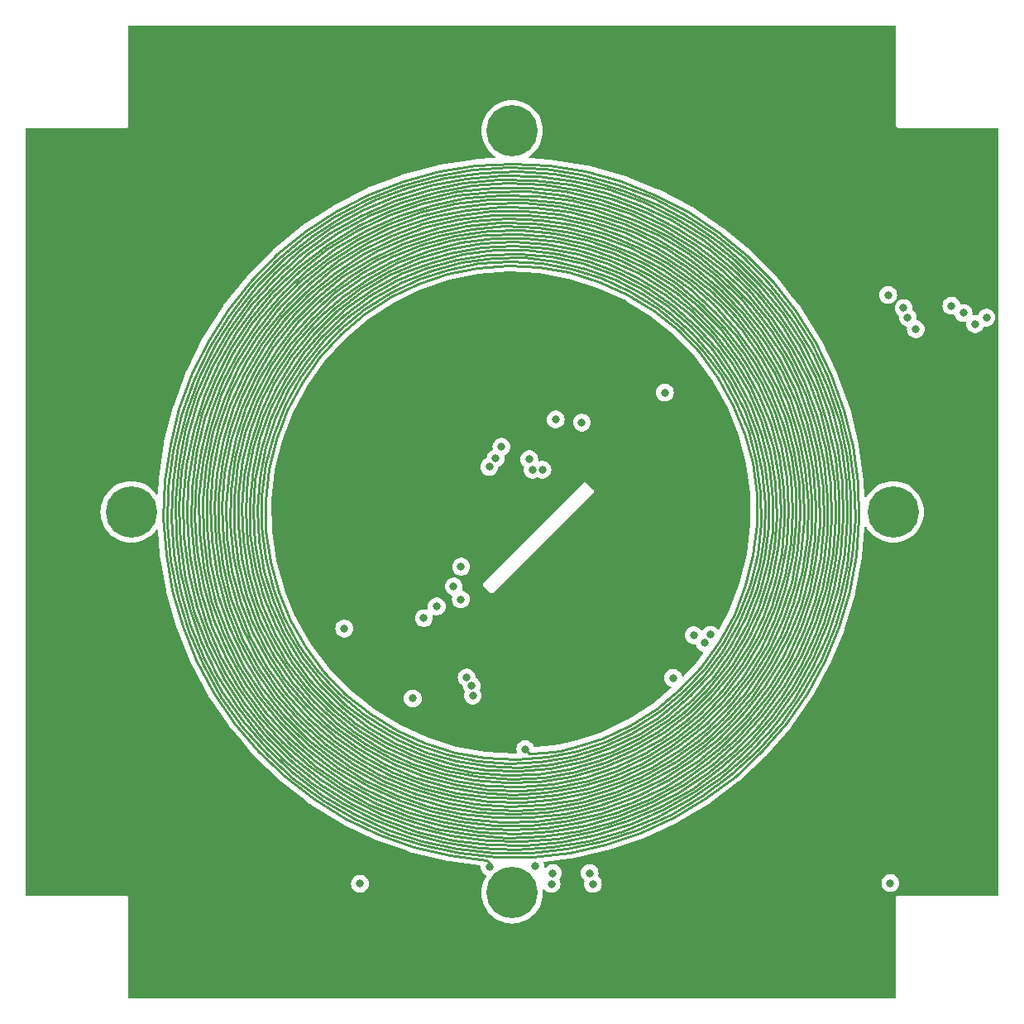
<source format=gbr>
%TF.GenerationSoftware,KiCad,Pcbnew,7.0.1*%
%TF.CreationDate,2024-01-21T14:51:42-07:00*%
%TF.ProjectId,solar-panel-side-Z,736f6c61-722d-4706-916e-656c2d736964,3.1*%
%TF.SameCoordinates,Original*%
%TF.FileFunction,Copper,L3,Inr*%
%TF.FilePolarity,Positive*%
%FSLAX46Y46*%
G04 Gerber Fmt 4.6, Leading zero omitted, Abs format (unit mm)*
G04 Created by KiCad (PCBNEW 7.0.1) date 2024-01-21 14:51:42*
%MOMM*%
%LPD*%
G01*
G04 APERTURE LIST*
%TA.AperFunction,ComponentPad*%
%ADD10C,5.250000*%
%TD*%
%TA.AperFunction,ViaPad*%
%ADD11C,0.800000*%
%TD*%
%TA.AperFunction,Conductor*%
%ADD12C,0.250000*%
%TD*%
G04 APERTURE END LIST*
D10*
%TO.N,unconnected-(J4-Pin_1-Pad1)*%
%TO.C,J4*%
X110500000Y-85000000D03*
%TD*%
%TO.N,unconnected-(J5-Pin_1-Pad1)*%
%TO.C,J5*%
X149500000Y-124000000D03*
%TD*%
%TO.N,unconnected-(J6-Pin_1-Pad1)*%
%TO.C,J6*%
X149500000Y-46000000D03*
%TD*%
%TO.N,unconnected-(J7-Pin_1-Pad1)*%
%TO.C,J7*%
X188500000Y-85000000D03*
%TD*%
D11*
%TO.N,+3V3*%
X165140000Y-72790000D03*
%TO.N,Camera_SDA*%
X147806483Y-79534500D03*
X151257701Y-79612299D03*
%TO.N,Camera_SCL*%
X147160000Y-80390000D03*
X151592701Y-80697299D03*
%TO.N,Camera_Pwr*%
X148409960Y-78339960D03*
X152600000Y-80680000D03*
%TO.N,SDA*%
X156630000Y-75850000D03*
X153960000Y-75540000D03*
%TO.N,VSOLAR*%
X188210000Y-122990000D03*
X188000000Y-62790000D03*
X198050000Y-65120000D03*
%TO.N,SDA_Break*%
X169800000Y-97570000D03*
X144850000Y-101950000D03*
%TO.N,SCL_Break*%
X168080000Y-97620000D03*
X145372687Y-102815246D03*
%TO.N,3v3_break*%
X169240000Y-98420000D03*
X145470000Y-103810000D03*
%TO.N,F2_SDA*%
X196900000Y-65780000D03*
X190820000Y-66290000D03*
%TO.N,F2_SCL*%
X195700000Y-64650000D03*
X190000000Y-65100000D03*
%TO.N,F2_ENB*%
X194460000Y-63910000D03*
X189570000Y-64130000D03*
%TO.N,SDA*%
X153530000Y-123080000D03*
X157770000Y-123090000D03*
%TO.N,SCL*%
X157434500Y-121970000D03*
X153670000Y-121990000D03*
%TO.N,+3V3*%
X165980000Y-102000000D03*
%TO.N,GND*%
X171630000Y-123540000D03*
X161490000Y-69180000D03*
X164540000Y-46420000D03*
X156260000Y-77181974D03*
X145680000Y-105410000D03*
X148900000Y-105410000D03*
X137946283Y-91716283D03*
X111040000Y-62950000D03*
X165948061Y-69851939D03*
X119890000Y-126760000D03*
%TO.N,VSOLAR*%
X132315000Y-96935000D03*
%TO.N,SDA*%
X144270000Y-90620000D03*
X144245000Y-93955000D03*
%TO.N,SCL*%
X143511396Y-92641396D03*
%TO.N,Net-(SC5--)*%
X139330000Y-104100000D03*
X133930000Y-123050000D03*
%TO.N,Net-(U2-OUT+)*%
X147180000Y-121330000D03*
X141780000Y-94680000D03*
X150850000Y-109290000D03*
X140460000Y-95870000D03*
X151860000Y-121250000D03*
%TD*%
D12*
%TO.N,Net-(U2-OUT+)*%
X118955000Y-103495000D02*
X117175000Y-100175000D01*
X122065000Y-104595000D02*
X120105000Y-101505000D01*
X180165000Y-83555000D02*
X180115000Y-87085000D01*
X174605000Y-71825000D02*
X175975000Y-74895000D01*
X133595000Y-57135000D02*
X136795000Y-55545000D01*
X115265000Y-78205000D02*
X116185000Y-74595000D01*
X166025000Y-63905000D02*
X168475000Y-66095000D01*
X154995000Y-55875000D02*
X158385000Y-56735000D01*
X173615000Y-108695000D02*
X170855000Y-111195000D01*
X114705000Y-93025000D02*
X114055000Y-89325000D01*
X181765000Y-83465000D02*
X181725000Y-87045000D01*
X181825000Y-72275000D02*
X182985000Y-75795000D01*
X183115000Y-89225000D02*
X182455000Y-92815000D01*
X160805000Y-117665000D02*
X157255000Y-118675000D01*
X163595000Y-60795000D02*
X166385000Y-62665000D01*
X170725000Y-98255000D02*
X168845000Y-100855000D01*
X126965000Y-110085000D02*
X124365000Y-107465000D01*
X172515000Y-67075000D02*
X174445000Y-69905000D01*
X121725000Y-94355000D02*
X120825000Y-91045000D01*
X136855000Y-107395000D02*
X134205000Y-105675000D01*
X176395000Y-74885000D02*
X177395000Y-78145000D01*
X138965000Y-113225000D02*
X135795000Y-111825000D01*
X113945000Y-81765000D02*
X114485000Y-78035000D01*
X127495000Y-105555000D02*
X125295000Y-102915000D01*
X121395000Y-94615000D02*
X120475000Y-91315000D01*
X119445000Y-86815000D02*
X119445000Y-83325000D01*
X149545000Y-115945000D02*
X146015000Y-115745000D01*
X131025000Y-104565000D02*
X128775000Y-102165000D01*
X153015000Y-117365000D02*
X149415000Y-117545000D01*
X172305000Y-112075000D02*
X169335000Y-114305000D01*
X131685000Y-106755000D02*
X129195000Y-104435000D01*
X147895000Y-120305000D02*
X144135000Y-119925000D01*
X132185000Y-54715000D02*
X135545000Y-53035000D01*
X134345000Y-112415000D02*
X131345000Y-110525000D01*
X164015000Y-64425000D02*
X166475000Y-66425000D01*
X127085000Y-65525000D02*
X129485000Y-63075000D01*
X152275000Y-59945000D02*
X155365000Y-60485000D01*
X174415000Y-69085000D02*
X176075000Y-72085000D01*
X178835000Y-93925000D02*
X177605000Y-97225000D01*
X173155000Y-58945000D02*
X175755000Y-61585000D01*
X120495000Y-80845000D02*
X121185000Y-77465000D01*
X154875000Y-52195000D02*
X158445000Y-52995000D01*
X116335000Y-82025000D02*
X116855000Y-78415000D01*
X177745000Y-68415000D02*
X179395000Y-71645000D01*
X119985000Y-73435000D02*
X121465000Y-70205000D01*
X140605000Y-112105000D02*
X137445000Y-110855000D01*
X178665000Y-99655000D02*
X176865000Y-102765000D01*
X142275000Y-111775000D02*
X139125000Y-110715000D01*
X170985000Y-99335000D02*
X169045000Y-101865000D01*
X123195000Y-81725000D02*
X123805000Y-78515000D01*
X137095000Y-56725000D02*
X140445000Y-55485000D01*
X179285000Y-82385000D02*
X179375000Y-85825000D01*
X178815000Y-77225000D02*
X179495000Y-80625000D01*
X140285000Y-118695000D02*
X136715000Y-117505000D01*
X116865000Y-71545000D02*
X118475000Y-68165000D01*
X159775000Y-116745000D02*
X156255000Y-117665000D01*
X146015000Y-115745000D02*
X142575000Y-115145000D01*
X114215000Y-86245000D02*
X114285000Y-82485000D01*
X139875000Y-117745000D02*
X136385000Y-116505000D01*
X163455000Y-112205000D02*
X160255000Y-113615000D01*
X127175000Y-112365000D02*
X124395000Y-109835000D01*
X172015000Y-99225000D02*
X170125000Y-101825000D01*
X121485000Y-100695000D02*
X119915000Y-97475000D01*
X165305000Y-105885000D02*
X162605000Y-107665000D01*
X172865000Y-68915000D02*
X174605000Y-71825000D01*
X124165000Y-68025000D02*
X126235000Y-65285000D01*
X173615000Y-59925000D02*
X176145000Y-62655000D01*
X168365000Y-107025000D02*
X165665000Y-109065000D01*
X123415000Y-103725000D02*
X121485000Y-100695000D01*
X182555000Y-79485000D02*
X182945000Y-83145000D01*
X180315000Y-93115000D02*
X179205000Y-96485000D01*
X141235000Y-60275000D02*
X144315000Y-59455000D01*
X141425000Y-56445000D02*
X144815000Y-55705000D01*
X180595000Y-89875000D02*
X179845000Y-93315000D01*
X136285000Y-108455000D02*
X133525000Y-106665000D01*
X142895000Y-111525000D02*
X139765000Y-110535000D01*
X139895000Y-59045000D02*
X143035000Y-58095000D01*
X150835000Y-119125000D02*
X147125000Y-119055000D01*
X122025000Y-70855000D02*
X123815000Y-67825000D01*
X133435000Y-116455000D02*
X130205000Y-114585000D01*
X149485000Y-112345000D02*
X146175000Y-112135000D01*
X126395000Y-97155000D02*
X125085000Y-94245000D01*
X144875000Y-116395000D02*
X141355000Y-115665000D01*
X119835000Y-79885000D02*
X120615000Y-76525000D01*
X123625000Y-81545000D02*
X124255000Y-78365000D01*
X148955000Y-54945000D02*
X152425000Y-55095000D01*
X150005000Y-115545000D02*
X146465000Y-115385000D01*
X122055000Y-81235000D02*
X122695000Y-78005000D01*
X128325000Y-104685000D02*
X126155000Y-102055000D01*
X129155000Y-66805000D02*
X131515000Y-64475000D01*
X171455000Y-61185000D02*
X173945000Y-63765000D01*
X160625000Y-59285000D02*
X163595000Y-60795000D01*
X154655000Y-52565000D02*
X158175000Y-53335000D01*
X178075000Y-79395000D02*
X178515000Y-82725000D01*
X167345000Y-106315000D02*
X164695000Y-108265000D01*
X125005000Y-92805000D02*
X124225000Y-89695000D01*
X123815000Y-67825000D02*
X125905000Y-65055000D01*
X147565000Y-57005000D02*
X150915000Y-56985000D01*
X166725000Y-109315000D02*
X163755000Y-111145000D01*
X118005000Y-75475000D02*
X119255000Y-72045000D01*
X137225000Y-58855000D02*
X140435000Y-57585000D01*
X162915000Y-53295000D02*
X166265000Y-54945000D01*
X134765000Y-57405000D02*
X138025000Y-55905000D01*
X128885000Y-65335000D02*
X131355000Y-63035000D01*
X118355000Y-90945000D02*
X117885000Y-87425000D01*
X131675000Y-113155000D02*
X128705000Y-111035000D01*
X125275000Y-75285000D02*
X126665000Y-72365000D01*
X171075000Y-106145000D02*
X168505000Y-108465000D01*
X128775000Y-102165000D02*
X126835000Y-99505000D01*
X146205000Y-117775000D02*
X142605000Y-117205000D01*
X157705000Y-55275000D02*
X161055000Y-56425000D01*
X145805000Y-117325000D02*
X142245000Y-116715000D01*
X151307403Y-109747403D02*
X150850000Y-109290000D01*
X175805000Y-99085000D02*
X173995000Y-102015000D01*
X183955000Y-78205000D02*
X184465000Y-81885000D01*
X117885000Y-90605000D02*
X117465000Y-87055000D01*
X124245000Y-83825000D02*
X124595000Y-80625000D01*
X159705000Y-109535000D02*
X156615000Y-110585000D01*
X181725000Y-87045000D02*
X181285000Y-90595000D01*
X183265000Y-81915000D02*
X183395000Y-85555000D01*
X157465000Y-51085000D02*
X161025000Y-52135000D01*
X123545000Y-105885000D02*
X121425000Y-102935000D01*
X137055000Y-62535000D02*
X139965000Y-61165000D01*
X158585000Y-109115000D02*
X155495000Y-110055000D01*
X117485000Y-71105000D02*
X119155000Y-67765000D01*
X141395000Y-54795000D02*
X144835000Y-54085000D01*
X136205000Y-115995000D02*
X132885000Y-114345000D01*
X153515000Y-110845000D02*
X150265000Y-111135000D01*
X126275000Y-71435000D02*
X128135000Y-68665000D01*
X116425000Y-94865000D02*
X115555000Y-91215000D01*
X170015000Y-103175000D02*
X167675000Y-105505000D01*
X121775000Y-74345000D02*
X123205000Y-71195000D01*
X164175000Y-52545000D02*
X167515000Y-54285000D01*
X143685000Y-53465000D02*
X147175000Y-53025000D01*
X117965000Y-73115000D02*
X119455000Y-69745000D01*
X118875000Y-76805000D02*
X119985000Y-73435000D01*
X118145000Y-80305000D02*
X118875000Y-76805000D01*
X178745000Y-72145000D02*
X179985000Y-75505000D01*
X179225000Y-97505000D02*
X177645000Y-100715000D01*
X179075000Y-76665000D02*
X179815000Y-80065000D01*
X116855000Y-78415000D02*
X117775000Y-74875000D01*
X127695000Y-60375000D02*
X130545000Y-58125000D01*
X138235000Y-116365000D02*
X134875000Y-114945000D01*
X182185000Y-71035000D02*
X183465000Y-74565000D01*
X178385000Y-65655000D02*
X180275000Y-68855000D01*
X149685000Y-57745000D02*
X153015000Y-57985000D01*
X139175000Y-114155000D02*
X135945000Y-112795000D01*
X184695000Y-89505000D02*
X184015000Y-93175000D01*
X129195000Y-104435000D02*
X127025000Y-101885000D01*
X162315000Y-117535000D02*
X158755000Y-118715000D01*
X175075000Y-109485000D02*
X172305000Y-112075000D01*
X179675000Y-87575000D02*
X179165000Y-91025000D01*
X119005000Y-84405000D02*
X119255000Y-81025000D01*
X183735000Y-90535000D02*
X182925000Y-94195000D01*
X145755000Y-49535000D02*
X149535000Y-49345000D01*
X135435000Y-114325000D02*
X132285000Y-112595000D01*
X170235000Y-56555000D02*
X173155000Y-58945000D01*
X147825000Y-116295000D02*
X144335000Y-115905000D01*
X133335000Y-115955000D02*
X130115000Y-114045000D01*
X134205000Y-105675000D02*
X131705000Y-103565000D01*
X116865000Y-76595000D02*
X117965000Y-73115000D01*
X121445000Y-97965000D02*
X120165000Y-94735000D01*
X178095000Y-64525000D02*
X180095000Y-67685000D01*
X126685000Y-67925000D02*
X128885000Y-65335000D01*
X170565000Y-71265000D02*
X172125000Y-74075000D01*
X159715000Y-60635000D02*
X162615000Y-62075000D01*
X182465000Y-81975000D02*
X182585000Y-85615000D01*
X180445000Y-94115000D02*
X179225000Y-97505000D01*
X121065000Y-86905000D02*
X121035000Y-83525000D01*
X166475000Y-110445000D02*
X163455000Y-112205000D01*
X139635000Y-117255000D02*
X136205000Y-115995000D01*
X172255000Y-59215000D02*
X174915000Y-61845000D01*
X119935000Y-87885000D02*
X119805000Y-84385000D01*
X121795000Y-84605000D02*
X122055000Y-81235000D01*
X129675000Y-68655000D02*
X131845000Y-66335000D01*
X115335000Y-80165000D02*
X116065000Y-76485000D01*
X119915000Y-97475000D02*
X118705000Y-94085000D01*
X130785000Y-56515000D02*
X133965000Y-54665000D01*
X148865000Y-112735000D02*
X145555000Y-112455000D01*
X178015000Y-69715000D02*
X179515000Y-72955000D01*
X173955000Y-74175000D02*
X175085000Y-77265000D01*
X133525000Y-106665000D02*
X131025000Y-104565000D01*
X173285000Y-64845000D02*
X175415000Y-67695000D01*
X123685000Y-77425000D02*
X124805000Y-74335000D01*
X131345000Y-110525000D02*
X128565000Y-108295000D01*
X158825000Y-55195000D02*
X162105000Y-56435000D01*
X121135000Y-79455000D02*
X121985000Y-76155000D01*
X131245000Y-108455000D02*
X128655000Y-106175000D01*
X157395000Y-59355000D02*
X160485000Y-60535000D01*
X139025000Y-51735000D02*
X142645000Y-50815000D01*
X119285000Y-101675000D02*
X117665000Y-98315000D01*
X144185000Y-116695000D02*
X140715000Y-115905000D01*
X164925000Y-56035000D02*
X167985000Y-57905000D01*
X152085000Y-111825000D02*
X148805000Y-111935000D01*
X171195000Y-98265000D02*
X169355000Y-100865000D01*
X114055000Y-89325000D02*
X113795000Y-85625000D01*
X173765000Y-98635000D02*
X171935000Y-101455000D01*
X168505000Y-108465000D02*
X165655000Y-110495000D01*
X120165000Y-94735000D02*
X119245000Y-91315000D01*
X151895000Y-53845000D02*
X155375000Y-54315000D01*
X125085000Y-94245000D02*
X124125000Y-91135000D01*
X176875000Y-69305000D02*
X178455000Y-72485000D01*
X116475000Y-89325000D02*
X116205000Y-85645000D01*
X180555000Y-97435000D02*
X178995000Y-100755000D01*
X150795000Y-54175000D02*
X154315000Y-54535000D01*
X176025000Y-101105000D02*
X174025000Y-103995000D01*
X117885000Y-87425000D02*
X117815000Y-83855000D01*
X148725000Y-55755000D02*
X152105000Y-55865000D01*
X134335000Y-110095000D02*
X131505000Y-108145000D01*
X126155000Y-102055000D02*
X124315000Y-99195000D01*
X148995000Y-118335000D02*
X145305000Y-118075000D01*
X134885000Y-61015000D02*
X137845000Y-59455000D01*
X182945000Y-83145000D02*
X182935000Y-86835000D01*
X176815000Y-81765000D02*
X176995000Y-84975000D01*
X181485000Y-100265000D02*
X179715000Y-103515000D01*
X131845000Y-66335000D02*
X134315000Y-64285000D01*
X119455000Y-69745000D02*
X121295000Y-66565000D01*
X125325000Y-59285000D02*
X128245000Y-56835000D01*
X174585000Y-67185000D02*
X176445000Y-70175000D01*
X169355000Y-100865000D02*
X167215000Y-103215000D01*
X169145000Y-108975000D02*
X166225000Y-111085000D01*
X149175000Y-49745000D02*
X152905000Y-49915000D01*
X116995000Y-85455000D02*
X117155000Y-81815000D01*
X122685000Y-97795000D02*
X121395000Y-94615000D01*
X119675000Y-91415000D02*
X119145000Y-87965000D01*
X160255000Y-113615000D02*
X156925000Y-114645000D01*
X169625000Y-58095000D02*
X172405000Y-60425000D01*
X126765000Y-108805000D02*
X124275000Y-106145000D01*
X176135000Y-66615000D02*
X178015000Y-69715000D01*
X140735000Y-109615000D02*
X137755000Y-108335000D01*
X147115000Y-114645000D02*
X143695000Y-114165000D01*
X155535000Y-116175000D02*
X151955000Y-116655000D01*
X136715000Y-109145000D02*
X133935000Y-107455000D01*
X178455000Y-72485000D02*
X179665000Y-75825000D01*
X176835000Y-79325000D02*
X177295000Y-82555000D01*
X170025000Y-110835000D02*
X167045000Y-112935000D01*
X147405000Y-52205000D02*
X151065000Y-52185000D01*
X127755000Y-61395000D02*
X130565000Y-59095000D01*
X159765000Y-109075000D02*
X156645000Y-110165000D01*
X121485000Y-90275000D02*
X121065000Y-86905000D01*
X177185000Y-70715000D02*
X178615000Y-73955000D01*
X133315000Y-107505000D02*
X130705000Y-105375000D01*
X146155000Y-119375000D02*
X142485000Y-118815000D01*
X120825000Y-91045000D02*
X120315000Y-87655000D01*
X153075000Y-115745000D02*
X149545000Y-115945000D01*
X118605000Y-84345000D02*
X118865000Y-80895000D01*
X180325000Y-80775000D02*
X180595000Y-84315000D01*
X168525000Y-110475000D02*
X165515000Y-112455000D01*
X130115000Y-114045000D02*
X127125000Y-111805000D01*
X152945000Y-57575000D02*
X156205000Y-58185000D01*
X120205000Y-84265000D02*
X120495000Y-80845000D01*
X177295000Y-82555000D02*
X177345000Y-84575000D01*
X174555000Y-76905000D02*
X175345000Y-80045000D01*
X170795000Y-63885000D02*
X173075000Y-66495000D01*
X152820000Y-109640000D02*
X151307403Y-109747403D01*
X150075000Y-50155000D02*
X153775000Y-50415000D01*
X134235000Y-58615000D02*
X137385000Y-57035000D01*
X136795000Y-55545000D02*
X140185000Y-54305000D01*
X166475000Y-66425000D02*
X168665000Y-68695000D01*
X135895000Y-118035000D02*
X132475000Y-116405000D01*
X145495000Y-55205000D02*
X148955000Y-54945000D01*
X178215000Y-89585000D02*
X177465000Y-92905000D01*
X158715000Y-111195000D02*
X155505000Y-112105000D01*
X122735000Y-65195000D02*
X125035000Y-62415000D01*
X130565000Y-59095000D02*
X133595000Y-57135000D01*
X177555000Y-106625000D02*
X175075000Y-109485000D01*
X158375000Y-115085000D02*
X154925000Y-115885000D01*
X167345000Y-58915000D02*
X170145000Y-61085000D01*
X143985000Y-52195000D02*
X147655000Y-51795000D01*
X114755000Y-78745000D02*
X115615000Y-75095000D01*
X120555000Y-66975000D02*
X122665000Y-63965000D01*
X164265000Y-106145000D02*
X161525000Y-107805000D01*
X169955000Y-68355000D02*
X171845000Y-71015000D01*
X184465000Y-81885000D02*
X184585000Y-85655000D01*
X164305000Y-57065000D02*
X167345000Y-58915000D01*
X126835000Y-99505000D02*
X125235000Y-96635000D01*
X179925000Y-91305000D02*
X178995000Y-94725000D01*
X135545000Y-53035000D02*
X139025000Y-51735000D01*
X173295000Y-76935000D02*
X174105000Y-79975000D01*
X149805000Y-119545000D02*
X146155000Y-119375000D01*
X158755000Y-108205000D02*
X156232525Y-109012525D01*
X120735000Y-68225000D02*
X122735000Y-65195000D01*
X124315000Y-99195000D02*
X122825000Y-96145000D01*
X126405000Y-100315000D02*
X124745000Y-97455000D01*
X156925000Y-114645000D02*
X153475000Y-115295000D01*
X138025000Y-55905000D02*
X141395000Y-54795000D01*
X165155000Y-55705000D02*
X168295000Y-57625000D01*
X121225000Y-69805000D02*
X123065000Y-66805000D01*
X175675000Y-91875000D02*
X174645000Y-94975000D01*
X116185000Y-74595000D02*
X117485000Y-71105000D01*
X179845000Y-93315000D02*
X178695000Y-96695000D01*
X118565000Y-76425000D02*
X119715000Y-73025000D01*
X177055000Y-89235000D02*
X176335000Y-92495000D01*
X179205000Y-96485000D02*
X177745000Y-99705000D01*
X121915000Y-98035000D02*
X120605000Y-94795000D01*
X156355000Y-52065000D02*
X159925000Y-53025000D01*
X152655000Y-114985000D02*
X149185000Y-115145000D01*
X117015000Y-95395000D02*
X116085000Y-91835000D01*
X128635000Y-60095000D02*
X131575000Y-57915000D01*
X126455000Y-74595000D02*
X127955000Y-71795000D01*
X168115000Y-111265000D02*
X165035000Y-113185000D01*
X169375000Y-103285000D02*
X166985000Y-105575000D01*
X117665000Y-98315000D02*
X116425000Y-94865000D01*
X161065000Y-55565000D02*
X164305000Y-57065000D01*
X119805000Y-103355000D02*
X118015000Y-100075000D01*
X122105000Y-102505000D02*
X120325000Y-99345000D01*
X167515000Y-58545000D02*
X170325000Y-60715000D01*
X173715000Y-105635000D02*
X171225000Y-108225000D01*
X179665000Y-77325000D02*
X180325000Y-80775000D01*
X142645000Y-50815000D02*
X146315000Y-50285000D01*
X136385000Y-116505000D02*
X133065000Y-114905000D01*
X123555000Y-107765000D02*
X121255000Y-104835000D01*
X181815000Y-74655000D02*
X182735000Y-78235000D01*
X119155000Y-67765000D02*
X121175000Y-64615000D01*
X174105000Y-79975000D02*
X174525000Y-83125000D01*
X157365000Y-113705000D02*
X153995000Y-114415000D01*
X184305000Y-89395000D02*
X183625000Y-93075000D01*
X160095000Y-115795000D02*
X156555000Y-116785000D01*
X184875000Y-81945000D02*
X184985000Y-85725000D01*
X135665000Y-58285000D02*
X138795000Y-56895000D01*
X172005000Y-69785000D02*
X173675000Y-72645000D01*
X134405000Y-108725000D02*
X131685000Y-106755000D01*
X116685000Y-82565000D02*
X117155000Y-78965000D01*
X176145000Y-62655000D02*
X178385000Y-65655000D01*
X174725000Y-72965000D02*
X175965000Y-76055000D01*
X124395000Y-109835000D02*
X121905000Y-107035000D01*
X135385000Y-63065000D02*
X138205000Y-61495000D01*
X150335000Y-113135000D02*
X146985000Y-113025000D01*
X128995000Y-61365000D02*
X131795000Y-59205000D01*
X144855000Y-52865000D02*
X148435000Y-52555000D01*
X128095000Y-99955000D02*
X126395000Y-97155000D01*
X143685000Y-112525000D02*
X140425000Y-111625000D01*
X118645000Y-74785000D02*
X119955000Y-71455000D01*
X138685000Y-57795000D02*
X141965000Y-56715000D01*
X129975000Y-63165000D02*
X132775000Y-60965000D01*
X175085000Y-97885000D02*
X173375000Y-100795000D01*
X168255000Y-113585000D02*
X165055000Y-115435000D01*
X125105000Y-103985000D02*
X123115000Y-101105000D01*
X174725000Y-105675000D02*
X172235000Y-108365000D01*
X130115000Y-102495000D02*
X128095000Y-99955000D01*
X122165000Y-76925000D02*
X123315000Y-73745000D01*
X182565000Y-96645000D02*
X181115000Y-100115000D01*
X123065000Y-66805000D02*
X125285000Y-63935000D01*
X118195000Y-96375000D02*
X117135000Y-92865000D01*
X124225000Y-89695000D02*
X123835000Y-86505000D01*
X129055000Y-56735000D02*
X132185000Y-54715000D01*
X133065000Y-114905000D02*
X129955000Y-112965000D01*
X176025000Y-72925000D02*
X177235000Y-76085000D01*
X170835000Y-104655000D02*
X168365000Y-107025000D01*
X122065000Y-100905000D02*
X120455000Y-97725000D01*
X175055000Y-69365000D02*
X176675000Y-72415000D01*
X123565000Y-87985000D02*
X123395000Y-84775000D01*
X172235000Y-108365000D02*
X169565000Y-110685000D01*
X129235000Y-114415000D02*
X126255000Y-112115000D01*
X155495000Y-110055000D02*
X152315000Y-110595000D01*
X123935000Y-94595000D02*
X122965000Y-91455000D01*
X134985000Y-106715000D02*
X132395000Y-104735000D01*
X131925000Y-66845000D02*
X134345000Y-64805000D01*
X117665000Y-93345000D02*
X116945000Y-89795000D01*
X127715000Y-59825000D02*
X130565000Y-57625000D01*
X129905000Y-62165000D02*
X132685000Y-60055000D01*
X123945000Y-73315000D02*
X125515000Y-70365000D01*
X164265000Y-64085000D02*
X166775000Y-66125000D01*
X181895000Y-89315000D02*
X181205000Y-92875000D01*
X143655000Y-109645000D02*
X140505000Y-108665000D01*
X157135000Y-57195000D02*
X160355000Y-58295000D01*
X116365000Y-91175000D02*
X115895000Y-87525000D01*
X171955000Y-111845000D02*
X168945000Y-114085000D01*
X135425000Y-116525000D02*
X132135000Y-114835000D01*
X150435000Y-56165000D02*
X153825000Y-56485000D01*
X132295000Y-64865000D02*
X134875000Y-62925000D01*
X122725000Y-76465000D02*
X123945000Y-73315000D01*
X133965000Y-62085000D02*
X136835000Y-60385000D01*
X157015000Y-50165000D02*
X160635000Y-51155000D01*
X128245000Y-56835000D02*
X131315000Y-54765000D01*
X142065000Y-50115000D02*
X145755000Y-49535000D01*
X174935000Y-63075000D02*
X177145000Y-65965000D01*
X142285000Y-114255000D02*
X138965000Y-113225000D01*
X147175000Y-53025000D02*
X150725000Y-52975000D01*
X155845000Y-51145000D02*
X159455000Y-52035000D01*
X154245000Y-57365000D02*
X157475000Y-58125000D01*
X115015000Y-83835000D02*
X115335000Y-80165000D01*
X160415000Y-111405000D02*
X157235000Y-112495000D01*
X122375000Y-88125000D02*
X122195000Y-84875000D01*
X177065000Y-103905000D02*
X174815000Y-106815000D01*
X152165000Y-50655000D02*
X155845000Y-51145000D01*
X175175000Y-105755000D02*
X172775000Y-108405000D01*
X126145000Y-110415000D02*
X123555000Y-107765000D01*
X161325000Y-116635000D02*
X157775000Y-117735000D01*
X179395000Y-71645000D02*
X180675000Y-75015000D01*
X118235000Y-86555000D02*
X118265000Y-82945000D01*
X168895000Y-63725000D02*
X171265000Y-66175000D01*
X122495000Y-91195000D02*
X121945000Y-87905000D01*
X165305000Y-63855000D02*
X167775000Y-65965000D01*
X154185000Y-118425000D02*
X150545000Y-118735000D01*
X116735000Y-70825000D02*
X118405000Y-67455000D01*
X173585000Y-96385000D02*
X172015000Y-99225000D01*
X132185000Y-62885000D02*
X134885000Y-61015000D01*
X155475000Y-51485000D02*
X159065000Y-52335000D01*
X137015000Y-59405000D02*
X140125000Y-58115000D01*
X159405000Y-59215000D02*
X162405000Y-60585000D01*
X156232525Y-109012525D02*
X154400000Y-109450000D01*
X177925000Y-75615000D02*
X178805000Y-78955000D01*
X153415000Y-56825000D02*
X156715000Y-57495000D01*
X163165000Y-109645000D02*
X160135000Y-111085000D01*
X184145000Y-83145000D02*
X184135000Y-86885000D01*
X150585000Y-113525000D02*
X147185000Y-113445000D01*
X171265000Y-66175000D02*
X173305000Y-68855000D01*
X135625000Y-59215000D02*
X138685000Y-57795000D01*
X155625000Y-60105000D02*
X158655000Y-61065000D01*
X161525000Y-62395000D02*
X164265000Y-64085000D01*
X130205000Y-114585000D02*
X127175000Y-112365000D01*
X143845000Y-110515000D02*
X140735000Y-109615000D01*
X132175000Y-105075000D02*
X129855000Y-102805000D01*
X165245000Y-62325000D02*
X167845000Y-64395000D01*
X136835000Y-60385000D02*
X139895000Y-59045000D01*
X173075000Y-66495000D02*
X175055000Y-69365000D01*
X132795000Y-110065000D02*
X130025000Y-107975000D01*
X177385000Y-75265000D02*
X178305000Y-78555000D01*
X143695000Y-114165000D02*
X140345000Y-113285000D01*
X175385000Y-84125000D02*
X175285000Y-87315000D01*
X149095000Y-51345000D02*
X152715000Y-51505000D01*
X113795000Y-85625000D02*
X113945000Y-81765000D01*
X177255000Y-64735000D02*
X179255000Y-67825000D01*
X166085000Y-116255000D02*
X162625000Y-117845000D01*
X178735000Y-88815000D02*
X178075000Y-92185000D01*
X157475000Y-58125000D02*
X160625000Y-59285000D01*
X119715000Y-73025000D02*
X121225000Y-69805000D01*
X172995000Y-102035000D02*
X170835000Y-104655000D01*
X165515000Y-112455000D02*
X162315000Y-114075000D01*
X117235000Y-94755000D02*
X116365000Y-91175000D01*
X124735000Y-90105000D02*
X124295000Y-86985000D01*
X175745000Y-83255000D02*
X175745000Y-86515000D01*
X132285000Y-112595000D02*
X129335000Y-110515000D01*
X158385000Y-56735000D02*
X161565000Y-57945000D01*
X123145000Y-90425000D02*
X122685000Y-87215000D01*
X143455000Y-118595000D02*
X139875000Y-117745000D01*
X139685000Y-113905000D02*
X136435000Y-112585000D01*
X174445000Y-69905000D02*
X176025000Y-72925000D01*
X129205000Y-105025000D02*
X126985000Y-102495000D01*
X120105000Y-101505000D02*
X118475000Y-98185000D01*
X119635000Y-99755000D02*
X118195000Y-96375000D01*
X119715000Y-103965000D02*
X117865000Y-100685000D01*
X117175000Y-72945000D02*
X118655000Y-69545000D01*
X149895000Y-110345000D02*
X146715000Y-110175000D01*
X132885000Y-114345000D02*
X129815000Y-112375000D01*
X125285000Y-63935000D02*
X127755000Y-61395000D01*
X139995000Y-59435000D02*
X143175000Y-58475000D01*
X173665000Y-76745000D02*
X174495000Y-79855000D01*
X124255000Y-78365000D02*
X125275000Y-75285000D01*
X121185000Y-77465000D02*
X122235000Y-74275000D01*
X167105000Y-54505000D02*
X170235000Y-56555000D01*
X117465000Y-87055000D02*
X117435000Y-83465000D01*
X147075000Y-56245000D02*
X150435000Y-56165000D01*
X169335000Y-114305000D02*
X166085000Y-116255000D01*
X119545000Y-77395000D02*
X120605000Y-74045000D01*
X173795000Y-97755000D02*
X172075000Y-100575000D01*
X135055000Y-59065000D02*
X138185000Y-57565000D01*
X182935000Y-96795000D02*
X181485000Y-100265000D01*
X184585000Y-85655000D02*
X184305000Y-89395000D01*
X124745000Y-97455000D02*
X123435000Y-94395000D01*
X165405000Y-59555000D02*
X168225000Y-61565000D01*
X158655000Y-61065000D02*
X161525000Y-62395000D01*
X179165000Y-91025000D02*
X178275000Y-94355000D01*
X136905000Y-118005000D02*
X133435000Y-116455000D01*
X144055000Y-55025000D02*
X147515000Y-54605000D01*
X162605000Y-107665000D02*
X159765000Y-109075000D01*
X149625000Y-57345000D02*
X152945000Y-57575000D01*
X169045000Y-101865000D02*
X166795000Y-104145000D01*
X130785000Y-107045000D02*
X128325000Y-104685000D01*
X159165000Y-56565000D02*
X162385000Y-57885000D01*
X166695000Y-108835000D02*
X163805000Y-110665000D01*
X155505000Y-112105000D02*
X152195000Y-112615000D01*
X156655000Y-59555000D02*
X159715000Y-60635000D01*
X118725000Y-87855000D02*
X118605000Y-84345000D01*
X177235000Y-76085000D02*
X178075000Y-79395000D01*
X166335000Y-108105000D02*
X163505000Y-109915000D01*
X142795000Y-109845000D02*
X139775000Y-108815000D01*
X174695000Y-109305000D02*
X171955000Y-111845000D01*
X114285000Y-82485000D02*
X114755000Y-78745000D01*
X123505000Y-96705000D02*
X122305000Y-93555000D01*
X170995000Y-103275000D02*
X168665000Y-105695000D01*
X143175000Y-58475000D02*
X146395000Y-57915000D01*
X179785000Y-84075000D02*
X179675000Y-87575000D01*
X178615000Y-73955000D02*
X179665000Y-77325000D01*
X176855000Y-64865000D02*
X178855000Y-67935000D01*
X180345000Y-99875000D02*
X178555000Y-103095000D01*
X170045000Y-63705000D02*
X172385000Y-66265000D01*
X173845000Y-92455000D02*
X172715000Y-95425000D01*
X167175000Y-60265000D02*
X169945000Y-62515000D01*
X152495000Y-59535000D02*
X155625000Y-60105000D01*
X131675000Y-56415000D02*
X134905000Y-54645000D01*
X153115000Y-110095000D02*
X149895000Y-110345000D01*
X179985000Y-75505000D02*
X180835000Y-78945000D01*
X122695000Y-78005000D02*
X123725000Y-74855000D01*
X154515000Y-118785000D02*
X150835000Y-119125000D01*
X143035000Y-58095000D02*
X146385000Y-57515000D01*
X124225000Y-66545000D02*
X126455000Y-63825000D01*
X161965000Y-58575000D02*
X164955000Y-60215000D01*
X177035000Y-95445000D02*
X175635000Y-98555000D01*
X126015000Y-62545000D02*
X128635000Y-60095000D01*
X131705000Y-103565000D02*
X129545000Y-101215000D01*
X138285000Y-53245000D02*
X141825000Y-52215000D01*
X120505000Y-66315000D02*
X122695000Y-63295000D01*
X128415000Y-102985000D02*
X126405000Y-100315000D01*
X127405000Y-67645000D02*
X129635000Y-65135000D01*
X175175000Y-65945000D02*
X177135000Y-68955000D01*
X121615000Y-68305000D02*
X123665000Y-65295000D01*
X172265000Y-109445000D02*
X169485000Y-111755000D01*
X141735000Y-117415000D02*
X138235000Y-116365000D01*
X182315000Y-89255000D02*
X181625000Y-92825000D01*
X166385000Y-62665000D02*
X168915000Y-64845000D01*
X128905000Y-105865000D02*
X126615000Y-103315000D01*
X162935000Y-62725000D02*
X165595000Y-64585000D01*
X126235000Y-65285000D02*
X128635000Y-62765000D01*
X132135000Y-114835000D02*
X129005000Y-112775000D01*
X137695000Y-107365000D02*
X134995000Y-105705000D01*
X137045000Y-63025000D02*
X139895000Y-61645000D01*
X175345000Y-80045000D02*
X175745000Y-83255000D01*
X170625000Y-112395000D02*
X167545000Y-114505000D01*
X120005000Y-102135000D02*
X118315000Y-98815000D01*
X123205000Y-71195000D02*
X124975000Y-68255000D01*
X144495000Y-58605000D02*
X147695000Y-58205000D01*
X168665000Y-68695000D02*
X170565000Y-71265000D01*
X160245000Y-51445000D02*
X163755000Y-52795000D01*
X153905000Y-59335000D02*
X157055000Y-60095000D01*
X176865000Y-102765000D02*
X174725000Y-105675000D01*
X162625000Y-117845000D02*
X159055000Y-119045000D01*
X130275000Y-101425000D02*
X128365000Y-98885000D01*
X128965000Y-64675000D02*
X131475000Y-62425000D01*
X181725000Y-94015000D02*
X180555000Y-97435000D01*
X123315000Y-70155000D02*
X125215000Y-67225000D01*
X175635000Y-98555000D02*
X173875000Y-101485000D01*
X140845000Y-52045000D02*
X144485000Y-51305000D01*
X123835000Y-86505000D02*
X123855000Y-83285000D01*
X122745000Y-61985000D02*
X125325000Y-59285000D01*
X168475000Y-66095000D02*
X170625000Y-68555000D01*
X168845000Y-100855000D02*
X166625000Y-103175000D01*
X117155000Y-78965000D02*
X118005000Y-75475000D01*
X180535000Y-67655000D02*
X182185000Y-71035000D01*
X134905000Y-54645000D02*
X138285000Y-53245000D01*
X127905000Y-61805000D02*
X130645000Y-59535000D01*
X174835000Y-93305000D02*
X173585000Y-96385000D01*
X163805000Y-110665000D02*
X160695000Y-112155000D01*
X151655000Y-55425000D02*
X154995000Y-55875000D01*
X144135000Y-119925000D02*
X140485000Y-119165000D01*
X178165000Y-102975000D02*
X176035000Y-105965000D01*
X132685000Y-60055000D02*
X135665000Y-58285000D01*
X176075000Y-72085000D02*
X177385000Y-75265000D01*
X129335000Y-110515000D02*
X126645000Y-108125000D01*
X146315000Y-50285000D02*
X150075000Y-50155000D01*
X173135000Y-105695000D02*
X170685000Y-108175000D01*
X125085000Y-61205000D02*
X127825000Y-58685000D01*
X129955000Y-112965000D02*
X127035000Y-110675000D01*
X175345000Y-89715000D02*
X174555000Y-92865000D01*
X141695000Y-50605000D02*
X145425000Y-49975000D01*
X125555000Y-103905000D02*
X123565000Y-101075000D01*
X161815000Y-114725000D02*
X158455000Y-115895000D01*
X123875000Y-102995000D02*
X122025000Y-100015000D01*
X122375000Y-71055000D02*
X124165000Y-68025000D01*
X168945000Y-105975000D02*
X166335000Y-108105000D01*
X146895000Y-111405000D02*
X143695000Y-110895000D01*
X124385000Y-109255000D02*
X121935000Y-106425000D01*
X173405000Y-92485000D02*
X172235000Y-95475000D01*
X167485000Y-61495000D02*
X170045000Y-63705000D01*
X123115000Y-101105000D02*
X121445000Y-97965000D01*
X123435000Y-94395000D02*
X122495000Y-91195000D01*
X127415000Y-64555000D02*
X129905000Y-62165000D01*
X177745000Y-73935000D02*
X178815000Y-77225000D01*
X143045000Y-114845000D02*
X139685000Y-113905000D01*
X126455000Y-63825000D02*
X128995000Y-61365000D01*
X124775000Y-75455000D02*
X126145000Y-72475000D01*
X123435000Y-63655000D02*
X125915000Y-60935000D01*
X179765000Y-71485000D02*
X181055000Y-74895000D01*
X131695000Y-111255000D02*
X128875000Y-109095000D01*
X136125000Y-109285000D02*
X133315000Y-107505000D01*
X138205000Y-61495000D02*
X141235000Y-60275000D01*
X136895000Y-54635000D02*
X140285000Y-53445000D01*
X177795000Y-84745000D02*
X177605000Y-88145000D01*
X119085000Y-71445000D02*
X120735000Y-68225000D01*
X171235000Y-111405000D02*
X168255000Y-113585000D01*
X154245000Y-53715000D02*
X157705000Y-54445000D01*
X133705000Y-55705000D02*
X136975000Y-54175000D01*
X149135000Y-110745000D02*
X145935000Y-110485000D01*
X178515000Y-82725000D02*
X178565000Y-86195000D01*
X119215000Y-94395000D02*
X118355000Y-90945000D01*
X177325000Y-102795000D02*
X175175000Y-105755000D01*
X180115000Y-87085000D02*
X179665000Y-90555000D01*
X156245000Y-58615000D02*
X159365000Y-59625000D01*
X181035000Y-89645000D02*
X180315000Y-93115000D01*
X175755000Y-65395000D02*
X177745000Y-68415000D01*
X125905000Y-65055000D02*
X128375000Y-62465000D01*
X152965000Y-113745000D02*
X149535000Y-113945000D01*
X122195000Y-84875000D02*
X122415000Y-81555000D01*
X156965000Y-112155000D02*
X153665000Y-112845000D01*
X152315000Y-110595000D02*
X149135000Y-110745000D01*
X117355000Y-73615000D02*
X118775000Y-70205000D01*
X182985000Y-75795000D02*
X183765000Y-79435000D01*
X115895000Y-87525000D02*
X115815000Y-83875000D01*
X153445000Y-117715000D02*
X149835000Y-117945000D01*
X134805000Y-107075000D02*
X132175000Y-105075000D01*
X175085000Y-80895000D02*
X175385000Y-84125000D01*
X162625000Y-108115000D02*
X159705000Y-109535000D01*
X146465000Y-115385000D02*
X143045000Y-114845000D01*
X119925000Y-77545000D02*
X120965000Y-74225000D01*
X175975000Y-74895000D02*
X176975000Y-78125000D01*
X177605000Y-88145000D02*
X177035000Y-91405000D01*
X175415000Y-67695000D02*
X177185000Y-70715000D01*
X121465000Y-70205000D02*
X123295000Y-67165000D01*
X180835000Y-78945000D02*
X181305000Y-82495000D01*
X121175000Y-64615000D02*
X123485000Y-61745000D01*
X155375000Y-54315000D02*
X158825000Y-55195000D01*
X129005000Y-112775000D02*
X126145000Y-110415000D01*
X137325000Y-110355000D02*
X134405000Y-108725000D01*
X137445000Y-110855000D02*
X134465000Y-109235000D01*
X166585000Y-112745000D02*
X163415000Y-114455000D01*
X166265000Y-54945000D02*
X169385000Y-56925000D01*
X122695000Y-63295000D02*
X125165000Y-60555000D01*
X183765000Y-79435000D02*
X184145000Y-83145000D01*
X183145000Y-78225000D02*
X183665000Y-81895000D01*
X174975000Y-75655000D02*
X175905000Y-78795000D01*
X120625000Y-86245000D02*
X120675000Y-82845000D01*
X154465000Y-54965000D02*
X157855000Y-55735000D01*
X161525000Y-107805000D02*
X158585000Y-109115000D01*
X176215000Y-61505000D02*
X178525000Y-64445000D01*
X176175000Y-91545000D02*
X175175000Y-94715000D01*
X121905000Y-107035000D02*
X119715000Y-103965000D01*
X125585000Y-93215000D02*
X124735000Y-90105000D01*
X174705000Y-97735000D02*
X173015000Y-100615000D01*
X116135000Y-80215000D02*
X116865000Y-76595000D01*
X155415000Y-119855000D02*
X151645000Y-120285000D01*
X181755000Y-71055000D02*
X183055000Y-74595000D01*
X125965000Y-108575000D02*
X123545000Y-105885000D01*
X174385000Y-77735000D02*
X175085000Y-80895000D01*
X130255000Y-66215000D02*
X132665000Y-64035000D01*
X147655000Y-51795000D02*
X151265000Y-51795000D01*
X145415000Y-51585000D02*
X149095000Y-51345000D01*
X123525000Y-109505000D02*
X121075000Y-106615000D01*
X171845000Y-71015000D02*
X173375000Y-73865000D01*
X129545000Y-101215000D02*
X127685000Y-98605000D01*
X171905000Y-59435000D02*
X174495000Y-61975000D01*
X120315000Y-87655000D02*
X120205000Y-84265000D01*
X174495000Y-61975000D02*
X176855000Y-64865000D01*
X177145000Y-65965000D02*
X179065000Y-69135000D01*
X155365000Y-60485000D02*
X158435000Y-61445000D01*
X120055000Y-81035000D02*
X120735000Y-77615000D01*
X167215000Y-103215000D02*
X164775000Y-105285000D01*
X172405000Y-60425000D02*
X174935000Y-63075000D01*
X176775000Y-88345000D02*
X176175000Y-91545000D01*
X120735000Y-77615000D02*
X121775000Y-74345000D01*
X127935000Y-58085000D02*
X130975000Y-55915000D01*
X122235000Y-74275000D02*
X123665000Y-71175000D01*
X169005000Y-57145000D02*
X171905000Y-59435000D01*
X168945000Y-114085000D02*
X165715000Y-115995000D01*
X138895000Y-117865000D02*
X135425000Y-116525000D01*
X127805000Y-71235000D02*
X129675000Y-68655000D01*
X157855000Y-55735000D02*
X161125000Y-56885000D01*
X128385000Y-69665000D02*
X130465000Y-67155000D01*
X125455000Y-58625000D02*
X128385000Y-56235000D01*
X118695000Y-79445000D02*
X119525000Y-75995000D01*
X166775000Y-66125000D02*
X168985000Y-68435000D01*
X137385000Y-57035000D02*
X140665000Y-55835000D01*
X150045000Y-56555000D02*
X153415000Y-56825000D01*
X167695000Y-64795000D02*
X170025000Y-67185000D01*
X160485000Y-60535000D02*
X163365000Y-62055000D01*
X118605000Y-90065000D02*
X118235000Y-86555000D01*
X118265000Y-82945000D02*
X118695000Y-79445000D01*
X169565000Y-110685000D02*
X166585000Y-112745000D01*
X161675000Y-116925000D02*
X158125000Y-118055000D01*
X146735000Y-56675000D02*
X150045000Y-56555000D01*
X170685000Y-108175000D02*
X167885000Y-110445000D01*
X143385000Y-57195000D02*
X146735000Y-56675000D01*
X131015000Y-111265000D02*
X128205000Y-109045000D01*
X161875000Y-54165000D02*
X165155000Y-55705000D01*
X179065000Y-89305000D02*
X178355000Y-92695000D01*
X176975000Y-78125000D02*
X177585000Y-81435000D01*
X124265000Y-80125000D02*
X125065000Y-77035000D01*
X124825000Y-70745000D02*
X126685000Y-67925000D01*
X177465000Y-92905000D02*
X176335000Y-96125000D01*
X145905000Y-60015000D02*
X149165000Y-59765000D01*
X126155000Y-95765000D02*
X125005000Y-92805000D01*
X144315000Y-59455000D02*
X147525000Y-59015000D01*
X179065000Y-69135000D02*
X180605000Y-72455000D01*
X147055000Y-111025000D02*
X143845000Y-110515000D01*
X123775000Y-91395000D02*
X123185000Y-88205000D01*
X145315000Y-56035000D02*
X148725000Y-55755000D01*
X158455000Y-115895000D02*
X154855000Y-116705000D01*
X177155000Y-106485000D02*
X174695000Y-109305000D01*
X177035000Y-91405000D02*
X176055000Y-94655000D01*
X118785000Y-96815000D02*
X117665000Y-93345000D01*
X146875000Y-120645000D02*
X147180000Y-120950000D01*
X141125000Y-51565000D02*
X144755000Y-50865000D01*
X120415000Y-64995000D02*
X122745000Y-61985000D01*
X159075000Y-54015000D02*
X162455000Y-55275000D01*
X181625000Y-92825000D02*
X180555000Y-96315000D01*
X150225000Y-58555000D02*
X153465000Y-58855000D01*
X170905000Y-109055000D02*
X168115000Y-111265000D01*
X134875000Y-114945000D02*
X131675000Y-113155000D01*
X115815000Y-83875000D02*
X116135000Y-80215000D01*
X161715000Y-113895000D02*
X158375000Y-115085000D01*
X118405000Y-67455000D02*
X120435000Y-64275000D01*
X122685000Y-87215000D02*
X122625000Y-83835000D01*
X122415000Y-81555000D02*
X123025000Y-78335000D01*
X125185000Y-99105000D02*
X123685000Y-96125000D01*
X140485000Y-119165000D02*
X136905000Y-118005000D01*
X184015000Y-93175000D02*
X182935000Y-96795000D01*
X154855000Y-116705000D02*
X151335000Y-117095000D01*
X125235000Y-96635000D02*
X124005000Y-93605000D01*
X116305000Y-77175000D02*
X117355000Y-73615000D01*
X176285000Y-70725000D02*
X177745000Y-73935000D01*
X125165000Y-60555000D02*
X127935000Y-58085000D01*
X130015000Y-109005000D02*
X127425000Y-106645000D01*
X161125000Y-56885000D02*
X164275000Y-58415000D01*
X134075000Y-61055000D02*
X137015000Y-59405000D01*
X162455000Y-55275000D02*
X165645000Y-56885000D01*
X121935000Y-106425000D02*
X119805000Y-103355000D01*
X173385000Y-95875000D02*
X171835000Y-98765000D01*
X152105000Y-55865000D02*
X155505000Y-56385000D01*
X178555000Y-103095000D02*
X176415000Y-106135000D01*
X122095000Y-103225000D02*
X120275000Y-100125000D01*
X146875000Y-120645000D02*
X143105000Y-120155000D01*
X129785000Y-69175000D02*
X131925000Y-66845000D01*
X123185000Y-88205000D02*
X122995000Y-84955000D01*
X146385000Y-57515000D02*
X149625000Y-57345000D01*
X117885000Y-92575000D02*
X117245000Y-89025000D01*
X171835000Y-98765000D02*
X169995000Y-101355000D01*
X181115000Y-100115000D02*
X179305000Y-103415000D01*
X177405000Y-91565000D02*
X176435000Y-94775000D01*
X147335000Y-54215000D02*
X150795000Y-54175000D01*
X125295000Y-102915000D02*
X123395000Y-100005000D01*
X140505000Y-108665000D02*
X137695000Y-107365000D01*
X160485000Y-116085000D02*
X156995000Y-117095000D01*
X163415000Y-59765000D02*
X166275000Y-61585000D01*
X120675000Y-82845000D02*
X121135000Y-79455000D01*
X174605000Y-89335000D02*
X173845000Y-92455000D01*
X149835000Y-117945000D02*
X146205000Y-117775000D01*
X125035000Y-62415000D02*
X127715000Y-59825000D01*
X151365000Y-116295000D02*
X147825000Y-116295000D01*
X130545000Y-58125000D02*
X133565000Y-56235000D01*
X178255000Y-104295000D02*
X176025000Y-107245000D01*
X127815000Y-100255000D02*
X126115000Y-97485000D01*
X172125000Y-74075000D02*
X173295000Y-76935000D01*
X119145000Y-87965000D02*
X119005000Y-84405000D01*
X181285000Y-90595000D02*
X180445000Y-94115000D01*
X180555000Y-96315000D02*
X179125000Y-99625000D01*
X115535000Y-93055000D02*
X114865000Y-89345000D01*
X142345000Y-110965000D02*
X139265000Y-109905000D01*
X175875000Y-102805000D02*
X173715000Y-105635000D01*
X150555000Y-114725000D02*
X147115000Y-114645000D01*
X136995000Y-60755000D02*
X139995000Y-59435000D01*
X114485000Y-78035000D02*
X115405000Y-74405000D01*
X144275000Y-57425000D02*
X147565000Y-57005000D01*
X155105000Y-119505000D02*
X151395000Y-119895000D01*
X156555000Y-115145000D02*
X153075000Y-115745000D01*
X127595000Y-65555000D02*
X129975000Y-63165000D01*
X175345000Y-100685000D02*
X173385000Y-103515000D01*
X172685000Y-63555000D02*
X174965000Y-66345000D01*
X134465000Y-109235000D02*
X131705000Y-107285000D01*
X127125000Y-111805000D02*
X124385000Y-109255000D01*
X150265000Y-111135000D02*
X147055000Y-111025000D01*
X167885000Y-110445000D02*
X164895000Y-112345000D01*
X175665000Y-90185000D02*
X174835000Y-93305000D01*
X159435000Y-113485000D02*
X156065000Y-114435000D01*
X152775000Y-112155000D02*
X149485000Y-112345000D01*
X141355000Y-53565000D02*
X144855000Y-52865000D01*
X123025000Y-78335000D02*
X124035000Y-75165000D01*
X178195000Y-84805000D02*
X178005000Y-88215000D01*
X159915000Y-114165000D02*
X156555000Y-115145000D01*
X184365000Y-78215000D02*
X184875000Y-81945000D01*
X127025000Y-101885000D02*
X125185000Y-99105000D01*
X126745000Y-67195000D02*
X128965000Y-64675000D01*
X157235000Y-112495000D02*
X153945000Y-113205000D01*
X174495000Y-79855000D02*
X174925000Y-82985000D01*
X144815000Y-55705000D02*
X148215000Y-55375000D01*
X137895000Y-54665000D02*
X141355000Y-53565000D01*
X180925000Y-82765000D02*
X180955000Y-86395000D01*
X171175000Y-67315000D02*
X173105000Y-70015000D01*
X177745000Y-99705000D02*
X175875000Y-102805000D01*
X131505000Y-108145000D02*
X128905000Y-105865000D01*
X130975000Y-55915000D02*
X134185000Y-54105000D01*
X123805000Y-78515000D02*
X124775000Y-75455000D01*
X119805000Y-84385000D02*
X120055000Y-81035000D01*
X158755000Y-118715000D02*
X155105000Y-119505000D01*
X165085000Y-107525000D02*
X162195000Y-109255000D01*
X123205000Y-73005000D02*
X124805000Y-69995000D01*
X134055000Y-113165000D02*
X131015000Y-111265000D01*
X124295000Y-86985000D02*
X124245000Y-83825000D01*
X159365000Y-59625000D02*
X162355000Y-61015000D01*
X171225000Y-108225000D02*
X168525000Y-110475000D01*
X143915000Y-119485000D02*
X140285000Y-118695000D01*
X114735000Y-81905000D02*
X115265000Y-78205000D01*
X142245000Y-116715000D02*
X138795000Y-115715000D01*
X164475000Y-53565000D02*
X167735000Y-55355000D01*
X142115000Y-55855000D02*
X145495000Y-55205000D01*
X131575000Y-57915000D02*
X134645000Y-56115000D01*
X155835000Y-55635000D02*
X159165000Y-56565000D01*
X178275000Y-94355000D02*
X176995000Y-97605000D01*
X116205000Y-85645000D02*
X116335000Y-82025000D01*
X138795000Y-56895000D02*
X142115000Y-55855000D01*
X119245000Y-91315000D02*
X118725000Y-87855000D01*
X123485000Y-61745000D02*
X126175000Y-59055000D01*
X118015000Y-100075000D02*
X116585000Y-96635000D01*
X170805000Y-66255000D02*
X172865000Y-68915000D01*
X140565000Y-112935000D02*
X137335000Y-111685000D01*
X178305000Y-78555000D02*
X178845000Y-81955000D01*
X135945000Y-112795000D02*
X132875000Y-111075000D01*
X126975000Y-100445000D02*
X125285000Y-97625000D01*
X120965000Y-89615000D02*
X120625000Y-86245000D01*
X174165000Y-89435000D02*
X173405000Y-92485000D01*
X120325000Y-99345000D02*
X118925000Y-96045000D01*
X118315000Y-98815000D02*
X117015000Y-95395000D01*
X137305000Y-114725000D02*
X134055000Y-113165000D01*
X151335000Y-117095000D02*
X147745000Y-117095000D01*
X126985000Y-102495000D02*
X125075000Y-99705000D01*
X160135000Y-111085000D02*
X156965000Y-112155000D01*
X164235000Y-57935000D02*
X167195000Y-59785000D01*
X172455000Y-73795000D02*
X173665000Y-76745000D01*
X125065000Y-77035000D02*
X126255000Y-74045000D01*
X124175000Y-105385000D02*
X122105000Y-102505000D01*
X176025000Y-100325000D02*
X174085000Y-103255000D01*
X174915000Y-61845000D02*
X177255000Y-64735000D01*
X177945000Y-73345000D02*
X179075000Y-76665000D01*
X137335000Y-111685000D02*
X134335000Y-110095000D01*
X164895000Y-112345000D02*
X161715000Y-113895000D01*
X151395000Y-119895000D02*
X147655000Y-119895000D01*
X120475000Y-91315000D02*
X119935000Y-87885000D01*
X140565000Y-109975000D02*
X137585000Y-108695000D01*
X167675000Y-105505000D02*
X165085000Y-107525000D01*
X118475000Y-98185000D02*
X117235000Y-94755000D01*
X169435000Y-107155000D02*
X166725000Y-109315000D01*
X173305000Y-68855000D02*
X175035000Y-71785000D01*
X118775000Y-70205000D02*
X120555000Y-66975000D01*
X142775000Y-113145000D02*
X139535000Y-112155000D01*
X164285000Y-116255000D02*
X160805000Y-117665000D01*
X151645000Y-120285000D02*
X147895000Y-120305000D01*
X146715000Y-110175000D02*
X143655000Y-109645000D01*
X126255000Y-74045000D02*
X127805000Y-71235000D01*
X162355000Y-61015000D02*
X165145000Y-62745000D01*
X143215000Y-118145000D02*
X139635000Y-117255000D01*
X172385000Y-66265000D02*
X174415000Y-69085000D01*
X178075000Y-92185000D02*
X177035000Y-95445000D01*
X167925000Y-104195000D02*
X165395000Y-106325000D01*
X150945000Y-58185000D02*
X154215000Y-58575000D01*
X172215000Y-69385000D02*
X173865000Y-72145000D01*
X147255000Y-114255000D02*
X143805000Y-113775000D01*
X121985000Y-76155000D02*
X123205000Y-73005000D01*
X170125000Y-101825000D02*
X167925000Y-104195000D01*
X170805000Y-57485000D02*
X173615000Y-59925000D01*
X121405000Y-80205000D02*
X122165000Y-76925000D01*
X137585000Y-108695000D02*
X134805000Y-107075000D01*
X178095000Y-68215000D02*
X179765000Y-71485000D01*
X136825000Y-55965000D02*
X140155000Y-54735000D01*
X177645000Y-100715000D02*
X175705000Y-103755000D01*
X126145000Y-72475000D02*
X127885000Y-69675000D01*
X160635000Y-51155000D02*
X164175000Y-52545000D01*
X159065000Y-52335000D02*
X162545000Y-53575000D01*
X134145000Y-62445000D02*
X136995000Y-60755000D01*
X144755000Y-50865000D02*
X148485000Y-50555000D01*
X124645000Y-100535000D02*
X122985000Y-97485000D01*
X165055000Y-115435000D02*
X161675000Y-116925000D01*
X161055000Y-56425000D02*
X164235000Y-57935000D01*
X181785000Y-96455000D02*
X180345000Y-99875000D01*
X133565000Y-56235000D02*
X136895000Y-54635000D01*
X167705000Y-62175000D02*
X170265000Y-64495000D01*
X176035000Y-105965000D02*
X173615000Y-108695000D01*
X168185000Y-60015000D02*
X170905000Y-62315000D01*
X115395000Y-84485000D02*
X115655000Y-80795000D01*
X180095000Y-67685000D02*
X181755000Y-71055000D01*
X137125000Y-112025000D02*
X134105000Y-110425000D01*
X126665000Y-72365000D02*
X128385000Y-69665000D01*
X126645000Y-108125000D02*
X124175000Y-105385000D01*
X147185000Y-113445000D02*
X143875000Y-112975000D01*
X181205000Y-92875000D02*
X180135000Y-96295000D01*
X122795000Y-61315000D02*
X125455000Y-58625000D01*
X143795000Y-54665000D02*
X147335000Y-54215000D01*
X166795000Y-104145000D02*
X164265000Y-106145000D01*
X127825000Y-58685000D02*
X130785000Y-56515000D01*
X148445000Y-116725000D02*
X144875000Y-116395000D01*
X169955000Y-61985000D02*
X172415000Y-64455000D01*
X180655000Y-76375000D02*
X181415000Y-79935000D01*
X167975000Y-66725000D02*
X170085000Y-69165000D01*
X173875000Y-101485000D02*
X171745000Y-104245000D01*
X168665000Y-105695000D02*
X166015000Y-107845000D01*
X125215000Y-67225000D02*
X127415000Y-64555000D01*
X129635000Y-65135000D02*
X132185000Y-62885000D01*
X127895000Y-106545000D02*
X125555000Y-103905000D01*
X172415000Y-64455000D02*
X174585000Y-67185000D01*
X162545000Y-53575000D02*
X165795000Y-55145000D01*
X114865000Y-89345000D02*
X114605000Y-85645000D01*
X117155000Y-81815000D02*
X117695000Y-78295000D01*
X131345000Y-60505000D02*
X134235000Y-58615000D01*
X147655000Y-119895000D02*
X143915000Y-119485000D01*
X127885000Y-69675000D02*
X129925000Y-67145000D01*
X178525000Y-64445000D02*
X180535000Y-67655000D01*
X173445000Y-62605000D02*
X175755000Y-65395000D01*
X123565000Y-101075000D02*
X121915000Y-98035000D01*
X170885000Y-70995000D02*
X172455000Y-73795000D01*
X150915000Y-56985000D02*
X154245000Y-57365000D01*
X162705000Y-110795000D02*
X159565000Y-112165000D01*
X171745000Y-104245000D02*
X169365000Y-106675000D01*
X149165000Y-59765000D02*
X152275000Y-59945000D01*
X154215000Y-58575000D02*
X157395000Y-59355000D01*
X174025000Y-103995000D02*
X171685000Y-106665000D01*
X173325000Y-74735000D02*
X174385000Y-77735000D01*
X147745000Y-117095000D02*
X144185000Y-116695000D01*
X128205000Y-109045000D02*
X125655000Y-106515000D01*
X173375000Y-100795000D02*
X171325000Y-103505000D01*
X161265000Y-62725000D02*
X164015000Y-64425000D01*
X131375000Y-64065000D02*
X133965000Y-62085000D01*
X145685000Y-114895000D02*
X142285000Y-114255000D01*
X143605000Y-53885000D02*
X147125000Y-53425000D01*
X166225000Y-111085000D02*
X163155000Y-112805000D01*
X156715000Y-57495000D02*
X159915000Y-58545000D01*
X129815000Y-112375000D02*
X126965000Y-110085000D01*
X131515000Y-54175000D02*
X134855000Y-52465000D01*
X162105000Y-56435000D02*
X165235000Y-58045000D01*
X117245000Y-89025000D02*
X116995000Y-85455000D01*
X177275000Y-95935000D02*
X175805000Y-99085000D01*
X169995000Y-101355000D02*
X167795000Y-103765000D01*
X147695000Y-58205000D02*
X150945000Y-58185000D01*
X149185000Y-115145000D02*
X145685000Y-114895000D01*
X175175000Y-94715000D02*
X173795000Y-97755000D01*
X166015000Y-107845000D02*
X163165000Y-109645000D01*
X128135000Y-68665000D02*
X130255000Y-66215000D01*
X180135000Y-96295000D02*
X178665000Y-99655000D01*
X148435000Y-52555000D02*
X152015000Y-52645000D01*
X125515000Y-70365000D02*
X127405000Y-67645000D01*
X153405000Y-111265000D02*
X150165000Y-111535000D01*
X172775000Y-108405000D02*
X170025000Y-110835000D01*
X177985000Y-81435000D02*
X178195000Y-84805000D01*
X164275000Y-105175000D02*
X161605000Y-106855000D01*
X116065000Y-76485000D02*
X117175000Y-72945000D01*
X115755000Y-96675000D02*
X114705000Y-93025000D01*
X156255000Y-117665000D02*
X152615000Y-118205000D01*
X155355000Y-111315000D02*
X152085000Y-111825000D01*
X164695000Y-108265000D02*
X161765000Y-109925000D01*
X164775000Y-105285000D02*
X162095000Y-107035000D01*
X122965000Y-91455000D02*
X122375000Y-88125000D01*
X184985000Y-85725000D02*
X184695000Y-89505000D01*
X163505000Y-109915000D02*
X160415000Y-111405000D01*
X167905000Y-113335000D02*
X164705000Y-115165000D01*
X175255000Y-75255000D02*
X176225000Y-78425000D01*
X172715000Y-95425000D02*
X171195000Y-98265000D01*
X135725000Y-114905000D02*
X132505000Y-113195000D01*
X181375000Y-86055000D02*
X181035000Y-89645000D01*
X184135000Y-86885000D02*
X183735000Y-90535000D01*
X150695000Y-53375000D02*
X154245000Y-53715000D01*
X126095000Y-105805000D02*
X123875000Y-102995000D01*
X162615000Y-62075000D02*
X165305000Y-63855000D01*
X128875000Y-109095000D02*
X126295000Y-106615000D01*
X152425000Y-55095000D02*
X155835000Y-55635000D01*
X152015000Y-52645000D02*
X155595000Y-53135000D01*
X114605000Y-85645000D02*
X114735000Y-81905000D01*
X120655000Y-93625000D02*
X119855000Y-90255000D01*
X175035000Y-71785000D02*
X176395000Y-74885000D01*
X161765000Y-109925000D02*
X158715000Y-111195000D01*
X122995000Y-84955000D02*
X123195000Y-81725000D01*
X115405000Y-74405000D02*
X116735000Y-70825000D01*
X159915000Y-58545000D02*
X162975000Y-59985000D01*
X176445000Y-82045000D02*
X176585000Y-85425000D01*
X156615000Y-110585000D02*
X153405000Y-111265000D01*
X171325000Y-103505000D02*
X168945000Y-105975000D01*
X173435000Y-106555000D02*
X170905000Y-109055000D01*
X166275000Y-61585000D02*
X168895000Y-63725000D01*
X123315000Y-73745000D02*
X124825000Y-70745000D01*
X180955000Y-86395000D02*
X180595000Y-89875000D01*
X167515000Y-54285000D02*
X170675000Y-56385000D01*
X175225000Y-95665000D02*
X173765000Y-98635000D01*
X178805000Y-78955000D02*
X179285000Y-82385000D01*
X174845000Y-99165000D02*
X172995000Y-102035000D01*
X136415000Y-110795000D02*
X133495000Y-109085000D01*
X122665000Y-63965000D02*
X125085000Y-61205000D01*
X125355000Y-77535000D02*
X126455000Y-74595000D01*
X120615000Y-76525000D02*
X121775000Y-73275000D01*
X149535000Y-113945000D02*
X146155000Y-113745000D01*
X116615000Y-86115000D02*
X116685000Y-82565000D01*
X122025000Y-100015000D02*
X120505000Y-96815000D01*
X167775000Y-65965000D02*
X169955000Y-68355000D01*
X163315000Y-54345000D02*
X166535000Y-56025000D01*
X142575000Y-115145000D02*
X139175000Y-114155000D01*
X167195000Y-59785000D02*
X169955000Y-61985000D01*
X166535000Y-56025000D02*
X169625000Y-58095000D01*
X131705000Y-107285000D02*
X129205000Y-105025000D01*
X132145000Y-60915000D02*
X135055000Y-59065000D01*
X136975000Y-54175000D02*
X140405000Y-52995000D01*
X174485000Y-67745000D02*
X176285000Y-70725000D01*
X121945000Y-87905000D02*
X121795000Y-84605000D01*
X127035000Y-110675000D02*
X124385000Y-108085000D01*
X153265000Y-49555000D02*
X157015000Y-50165000D01*
X173375000Y-73865000D02*
X174555000Y-76905000D01*
X138015000Y-114575000D02*
X134735000Y-113075000D01*
X137515000Y-113945000D02*
X134345000Y-112415000D01*
X151265000Y-51795000D02*
X154875000Y-52195000D01*
X174525000Y-83125000D02*
X174545000Y-86315000D01*
X149415000Y-117545000D02*
X145805000Y-117325000D01*
X140875000Y-115125000D02*
X137515000Y-113945000D01*
X122545000Y-92965000D02*
X121795000Y-89725000D01*
X140155000Y-54735000D02*
X143605000Y-53885000D01*
X137345000Y-53165000D02*
X140845000Y-52045000D01*
X169385000Y-56925000D02*
X172255000Y-59215000D01*
X150545000Y-118735000D02*
X146925000Y-118645000D01*
X137655000Y-61315000D02*
X140655000Y-60045000D01*
X171865000Y-104705000D02*
X169435000Y-107155000D01*
X137845000Y-59455000D02*
X140995000Y-58245000D01*
X138795000Y-115715000D02*
X135435000Y-114325000D01*
X117815000Y-83855000D02*
X118145000Y-80305000D01*
X159925000Y-53025000D02*
X163315000Y-54345000D01*
X164705000Y-115165000D02*
X161325000Y-116635000D01*
X125485000Y-68225000D02*
X127595000Y-65555000D01*
X183665000Y-81895000D02*
X183785000Y-85615000D01*
X145545000Y-111645000D02*
X142345000Y-110965000D01*
X155505000Y-56385000D02*
X158785000Y-57285000D01*
X121465000Y-83025000D02*
X121905000Y-79685000D01*
X152615000Y-118205000D02*
X148995000Y-118335000D01*
X120875000Y-68785000D02*
X122845000Y-65715000D01*
X158125000Y-118055000D02*
X154515000Y-118785000D01*
X161195000Y-55185000D02*
X164445000Y-56685000D01*
X156995000Y-117095000D02*
X153445000Y-117715000D01*
X171825000Y-105945000D02*
X169285000Y-108345000D01*
X133375000Y-110915000D02*
X130505000Y-108885000D01*
X128385000Y-56235000D02*
X131515000Y-54175000D01*
X129525000Y-111165000D02*
X126765000Y-108805000D01*
X152715000Y-51505000D02*
X156355000Y-52065000D01*
X173755000Y-62355000D02*
X176095000Y-65175000D01*
X118705000Y-94085000D02*
X117885000Y-90605000D01*
X123685000Y-96125000D02*
X122545000Y-92965000D01*
X177375000Y-85925000D02*
X177055000Y-89235000D01*
X176675000Y-72415000D02*
X177925000Y-75615000D01*
X177345000Y-84575000D02*
X177375000Y-85925000D01*
X121775000Y-73275000D02*
X123315000Y-70155000D01*
X140665000Y-55835000D02*
X144055000Y-55025000D01*
X170025000Y-67185000D02*
X172005000Y-69785000D01*
X154925000Y-115885000D02*
X151365000Y-116295000D01*
X165655000Y-110495000D02*
X162625000Y-112175000D01*
X179515000Y-72955000D02*
X180655000Y-76375000D01*
X170855000Y-111195000D02*
X167905000Y-113335000D01*
X119855000Y-90255000D02*
X119445000Y-86815000D01*
X170835000Y-60095000D02*
X173445000Y-62605000D01*
X132775000Y-60965000D02*
X135625000Y-59215000D01*
X129925000Y-67145000D02*
X132295000Y-64865000D01*
X177135000Y-68955000D02*
X178745000Y-72145000D01*
X163195000Y-115435000D02*
X159775000Y-116745000D01*
X139125000Y-110715000D02*
X136125000Y-109285000D01*
X165395000Y-106325000D02*
X162625000Y-108115000D01*
X182925000Y-94195000D02*
X181735000Y-97705000D01*
X138185000Y-57565000D02*
X141425000Y-56445000D01*
X146155000Y-113745000D02*
X142775000Y-113145000D01*
X134315000Y-64285000D02*
X137055000Y-62535000D01*
X163155000Y-112805000D02*
X159915000Y-114165000D01*
X159565000Y-112165000D02*
X156325000Y-113145000D01*
X121905000Y-79685000D02*
X122725000Y-76465000D01*
X176335000Y-96125000D02*
X174845000Y-99165000D01*
X122955000Y-80615000D02*
X123685000Y-77425000D01*
X175085000Y-77265000D02*
X175825000Y-80465000D01*
X134735000Y-113075000D02*
X131695000Y-111255000D01*
X175745000Y-86515000D02*
X175345000Y-89715000D01*
X133665000Y-57555000D02*
X136825000Y-55965000D01*
X130505000Y-108885000D02*
X127895000Y-106545000D01*
X162625000Y-112175000D02*
X159435000Y-113485000D01*
X151955000Y-116655000D02*
X148445000Y-116725000D01*
X180925000Y-71145000D02*
X182225000Y-74635000D01*
X180675000Y-75015000D02*
X181575000Y-78525000D01*
X121705000Y-92945000D02*
X120965000Y-89615000D01*
X143105000Y-120155000D02*
X139445000Y-119285000D01*
X173995000Y-102015000D02*
X171865000Y-104705000D01*
X126885000Y-69015000D02*
X128965000Y-66415000D01*
X173675000Y-72645000D02*
X174975000Y-75655000D01*
X122825000Y-96145000D02*
X121705000Y-92945000D01*
X148805000Y-111935000D02*
X145545000Y-111645000D01*
X122315000Y-69495000D02*
X124225000Y-66545000D01*
X144485000Y-51305000D02*
X148125000Y-50965000D01*
X139535000Y-112155000D02*
X136415000Y-110795000D01*
X176025000Y-107245000D02*
X173455000Y-109975000D01*
X145425000Y-49975000D02*
X149175000Y-49745000D01*
X171485000Y-100715000D02*
X169375000Y-103285000D01*
X165645000Y-56885000D02*
X168685000Y-58895000D01*
X116585000Y-96635000D02*
X115535000Y-93055000D01*
X153465000Y-58855000D02*
X156655000Y-59555000D01*
X168295000Y-57625000D02*
X171155000Y-59845000D01*
X139765000Y-110535000D02*
X136715000Y-109145000D01*
X175825000Y-80465000D02*
X176165000Y-83675000D01*
X173385000Y-103515000D02*
X171075000Y-106145000D01*
X173555000Y-58775000D02*
X176215000Y-61505000D01*
X171935000Y-101455000D02*
X169805000Y-104005000D01*
X121035000Y-83525000D02*
X121405000Y-80205000D01*
X160695000Y-112155000D02*
X157455000Y-113265000D01*
X163365000Y-62055000D02*
X166025000Y-63905000D01*
X148365000Y-53765000D02*
X151895000Y-53845000D01*
X123395000Y-100005000D02*
X121845000Y-96905000D01*
X143835000Y-52625000D02*
X147405000Y-52205000D01*
X124125000Y-91135000D02*
X123565000Y-87985000D01*
X183785000Y-85615000D02*
X183515000Y-89255000D01*
X123665000Y-65295000D02*
X126015000Y-62545000D01*
X175285000Y-87315000D02*
X174775000Y-90505000D01*
X156645000Y-110165000D02*
X153515000Y-110845000D01*
X130705000Y-105375000D02*
X128415000Y-102985000D01*
X180525000Y-71225000D02*
X181815000Y-74655000D01*
X159055000Y-119045000D02*
X155415000Y-119855000D01*
X137575000Y-52655000D02*
X141125000Y-51565000D01*
X174645000Y-94975000D02*
X173235000Y-97945000D01*
X135335000Y-62155000D02*
X138265000Y-60585000D01*
X123725000Y-74855000D02*
X125125000Y-71835000D01*
X121425000Y-102935000D02*
X119635000Y-99755000D01*
X156625000Y-50485000D02*
X160245000Y-51445000D01*
X172615000Y-96555000D02*
X170985000Y-99335000D01*
X161595000Y-54485000D02*
X164925000Y-56035000D01*
X124035000Y-75165000D02*
X125405000Y-72165000D01*
X120605000Y-74045000D02*
X122025000Y-70855000D01*
X179665000Y-75825000D02*
X180495000Y-79305000D01*
X141355000Y-115665000D02*
X138015000Y-114575000D01*
X120435000Y-64275000D02*
X122795000Y-61315000D01*
X172465000Y-71265000D02*
X173955000Y-74175000D01*
X142875000Y-60625000D02*
X145905000Y-60015000D01*
X140425000Y-111625000D02*
X137325000Y-110355000D01*
X179375000Y-85825000D02*
X179065000Y-89305000D01*
X172235000Y-95475000D02*
X170725000Y-98255000D01*
X179815000Y-80065000D02*
X180165000Y-83555000D01*
X167545000Y-114505000D02*
X164285000Y-116255000D01*
X170145000Y-61085000D02*
X172685000Y-63555000D01*
X146395000Y-57915000D02*
X149685000Y-57745000D01*
X125915000Y-60935000D02*
X128685000Y-58515000D01*
X169285000Y-108345000D02*
X166475000Y-110445000D01*
X181305000Y-82495000D02*
X181375000Y-86055000D01*
X134645000Y-56115000D02*
X137895000Y-54665000D01*
X139965000Y-61165000D02*
X142995000Y-60175000D01*
X150735000Y-58975000D02*
X153905000Y-59335000D01*
X120725000Y-72685000D02*
X122315000Y-69495000D01*
X134855000Y-52465000D02*
X138375000Y-51105000D01*
X157705000Y-54445000D02*
X161065000Y-55565000D01*
X139775000Y-108815000D02*
X136855000Y-107395000D01*
X149535000Y-49345000D02*
X153265000Y-49555000D01*
X157775000Y-117735000D02*
X154185000Y-118425000D01*
X153825000Y-56485000D02*
X157135000Y-57195000D01*
X162405000Y-60585000D02*
X165245000Y-62325000D01*
X124765000Y-94525000D02*
X123775000Y-91395000D01*
X124805000Y-74335000D02*
X126275000Y-71435000D01*
X176335000Y-88635000D02*
X175675000Y-91875000D01*
X139265000Y-109905000D02*
X136285000Y-108455000D01*
X175965000Y-76055000D02*
X176835000Y-79325000D01*
X141325000Y-59405000D02*
X144495000Y-58605000D01*
X153475000Y-115295000D02*
X150005000Y-115545000D01*
X147515000Y-54605000D02*
X150995000Y-54585000D01*
X151815000Y-51025000D02*
X155475000Y-51485000D01*
X130645000Y-59535000D02*
X133665000Y-57555000D01*
X130465000Y-67155000D02*
X132785000Y-64965000D01*
X163415000Y-114455000D02*
X160095000Y-115795000D01*
X165795000Y-55145000D02*
X169005000Y-57145000D01*
X178355000Y-92695000D02*
X177275000Y-95935000D01*
X128965000Y-66415000D02*
X131375000Y-64065000D01*
X124275000Y-106145000D02*
X122095000Y-103225000D01*
X123665000Y-71175000D02*
X125485000Y-68225000D01*
X124365000Y-107465000D02*
X122065000Y-104595000D01*
X166625000Y-103175000D02*
X164275000Y-105175000D01*
X167045000Y-112935000D02*
X163855000Y-114685000D01*
X165235000Y-58045000D02*
X168185000Y-60015000D01*
X171875000Y-71845000D02*
X173325000Y-74735000D01*
X154085000Y-113995000D02*
X150685000Y-114325000D01*
X128635000Y-62765000D02*
X131345000Y-60505000D01*
X154295000Y-53315000D02*
X157805000Y-54065000D01*
X125405000Y-72165000D02*
X127125000Y-69365000D01*
X136715000Y-117505000D02*
X133335000Y-115955000D01*
X150995000Y-54585000D02*
X154465000Y-54965000D01*
X131045000Y-60235000D02*
X133995000Y-58295000D01*
X161025000Y-52135000D02*
X164475000Y-53565000D01*
X138065000Y-51635000D02*
X141695000Y-50605000D01*
X163755000Y-111145000D02*
X160645000Y-112605000D01*
X173235000Y-97945000D02*
X171485000Y-100715000D01*
X176995000Y-97605000D02*
X175345000Y-100685000D01*
X134185000Y-54105000D02*
X137575000Y-52655000D01*
X123855000Y-83285000D02*
X124265000Y-80125000D01*
X177605000Y-97225000D02*
X176025000Y-100325000D01*
X165665000Y-109065000D02*
X162705000Y-110795000D01*
X133965000Y-54665000D02*
X137345000Y-53165000D01*
X125655000Y-106515000D02*
X123415000Y-103725000D01*
X173945000Y-63765000D02*
X176135000Y-66615000D01*
X126115000Y-97485000D02*
X124765000Y-94525000D01*
X167735000Y-55355000D02*
X170805000Y-57485000D01*
X153775000Y-50415000D02*
X157465000Y-51085000D01*
X153015000Y-57985000D02*
X156245000Y-58615000D01*
X119955000Y-71455000D02*
X121615000Y-68305000D01*
X116385000Y-97245000D02*
X115265000Y-93645000D01*
X178845000Y-81955000D02*
X178985000Y-85385000D01*
X140285000Y-53445000D02*
X143835000Y-52625000D01*
X156205000Y-58185000D02*
X159405000Y-59215000D01*
X170175000Y-66745000D02*
X172215000Y-69385000D01*
X119255000Y-81025000D02*
X119925000Y-77545000D01*
X129485000Y-63075000D02*
X132145000Y-60915000D01*
X146985000Y-113025000D02*
X143685000Y-112525000D01*
X138265000Y-60585000D02*
X141325000Y-59405000D01*
X169365000Y-106675000D02*
X166695000Y-108835000D01*
X164445000Y-56685000D02*
X167515000Y-58545000D01*
X143875000Y-112975000D02*
X140605000Y-112105000D01*
X176995000Y-84975000D02*
X176775000Y-88345000D01*
X176585000Y-85425000D02*
X176335000Y-88635000D01*
X167795000Y-103765000D02*
X165305000Y-105885000D01*
X183465000Y-74565000D02*
X184365000Y-78215000D01*
X121845000Y-96905000D02*
X120655000Y-93625000D01*
X153995000Y-114415000D02*
X150555000Y-114725000D01*
X147180000Y-120950000D02*
X147180000Y-121330000D01*
X173015000Y-100615000D02*
X170995000Y-103275000D01*
X157055000Y-60095000D02*
X160075000Y-61225000D01*
X174815000Y-106815000D02*
X172265000Y-109445000D01*
X119445000Y-83325000D02*
X119835000Y-79885000D01*
X159455000Y-52035000D02*
X162915000Y-53295000D01*
X141965000Y-56715000D02*
X145315000Y-56035000D01*
X168685000Y-58895000D02*
X171455000Y-61185000D01*
X142605000Y-117205000D02*
X139105000Y-116245000D01*
X179305000Y-103415000D02*
X177155000Y-106485000D01*
X168915000Y-64845000D02*
X171175000Y-67315000D01*
X174085000Y-103255000D02*
X171825000Y-105945000D01*
X156065000Y-114435000D02*
X152655000Y-114985000D01*
X173885000Y-93595000D02*
X172615000Y-96555000D01*
X176115000Y-86955000D02*
X175665000Y-90185000D01*
X150165000Y-111535000D02*
X146895000Y-111405000D01*
X124385000Y-108085000D02*
X122025000Y-105215000D01*
X182845000Y-92895000D02*
X181785000Y-96455000D01*
X148485000Y-50555000D02*
X152165000Y-50655000D01*
X182935000Y-86835000D02*
X182535000Y-90415000D01*
X162095000Y-107035000D02*
X159245000Y-108425000D01*
X159225000Y-110585000D02*
X156045000Y-111565000D01*
X133495000Y-109085000D02*
X130785000Y-107045000D01*
X180275000Y-68855000D02*
X181825000Y-72275000D01*
X118655000Y-69545000D02*
X120505000Y-66315000D01*
X179255000Y-67825000D02*
X180925000Y-71145000D01*
X174965000Y-66345000D02*
X176875000Y-69305000D01*
X143695000Y-110895000D02*
X140565000Y-109975000D01*
X144835000Y-54085000D02*
X148365000Y-53765000D01*
X145935000Y-110485000D02*
X142795000Y-109845000D01*
X156555000Y-116785000D02*
X153015000Y-117365000D01*
X128565000Y-108295000D02*
X126095000Y-105805000D01*
X147125000Y-53425000D02*
X150695000Y-53375000D01*
X128705000Y-111035000D02*
X125965000Y-108575000D01*
X177395000Y-78145000D02*
X177985000Y-81435000D01*
X181575000Y-78525000D02*
X182075000Y-82095000D01*
X118925000Y-96045000D02*
X117885000Y-92575000D01*
X158995000Y-115315000D02*
X155535000Y-116175000D01*
X146925000Y-118645000D02*
X143215000Y-118145000D01*
X175325000Y-102905000D02*
X173135000Y-105695000D01*
X165825000Y-61755000D02*
X168435000Y-63845000D01*
X164635000Y-59545000D02*
X167485000Y-61495000D01*
X165145000Y-62745000D02*
X167695000Y-64795000D01*
X126325000Y-103595000D02*
X124345000Y-100805000D01*
X128375000Y-62465000D02*
X131045000Y-60235000D01*
X122625000Y-83835000D02*
X122955000Y-80615000D01*
X170265000Y-64495000D02*
X172515000Y-67075000D01*
X161535000Y-109145000D02*
X158515000Y-110415000D01*
X131315000Y-54765000D02*
X134655000Y-52995000D01*
X145555000Y-112455000D02*
X142275000Y-111775000D01*
X178565000Y-86195000D02*
X178215000Y-89585000D01*
X144335000Y-115905000D02*
X140875000Y-115125000D01*
X181735000Y-97705000D02*
X180175000Y-101095000D01*
X138375000Y-51105000D02*
X142065000Y-50115000D01*
X126255000Y-112115000D02*
X123525000Y-109505000D01*
X179715000Y-103515000D02*
X177555000Y-106625000D01*
X152905000Y-49915000D02*
X156625000Y-50485000D01*
X170905000Y-62315000D02*
X173285000Y-64845000D01*
X174555000Y-92865000D02*
X173385000Y-95875000D01*
X180595000Y-84315000D02*
X180455000Y-87825000D01*
X132505000Y-113195000D02*
X129525000Y-111165000D01*
X127685000Y-98605000D02*
X126155000Y-95765000D01*
X178695000Y-96695000D02*
X177185000Y-99895000D01*
X130025000Y-107975000D02*
X127495000Y-105555000D01*
X132495000Y-103715000D02*
X130275000Y-101425000D01*
X119365000Y-93485000D02*
X118605000Y-90065000D01*
X117865000Y-100685000D02*
X116385000Y-97245000D01*
X133995000Y-58295000D02*
X137095000Y-56725000D01*
X117775000Y-74875000D02*
X119085000Y-71445000D01*
X123395000Y-84775000D02*
X123625000Y-81545000D01*
X132785000Y-64965000D02*
X135385000Y-63065000D01*
X167845000Y-64395000D02*
X170175000Y-66745000D01*
X121255000Y-104835000D02*
X119285000Y-101675000D01*
X163855000Y-114685000D02*
X160485000Y-116085000D01*
X182225000Y-74635000D02*
X183145000Y-78225000D01*
X120505000Y-96815000D02*
X119365000Y-93485000D01*
X142995000Y-60175000D02*
X146095000Y-59565000D01*
X182455000Y-92815000D02*
X181395000Y-96355000D01*
X163755000Y-52795000D02*
X167105000Y-54505000D01*
X175705000Y-103755000D02*
X173435000Y-106555000D01*
X124005000Y-93605000D02*
X123145000Y-90425000D01*
X143775000Y-59155000D02*
X147045000Y-58655000D01*
X142485000Y-118815000D02*
X138895000Y-117865000D01*
X153665000Y-112845000D02*
X150335000Y-113135000D01*
X121075000Y-106615000D02*
X118955000Y-103495000D01*
X175755000Y-61585000D02*
X178095000Y-64525000D01*
X146175000Y-112135000D02*
X142895000Y-111525000D01*
X182535000Y-90415000D02*
X181725000Y-94015000D01*
X143685000Y-56725000D02*
X147075000Y-56245000D01*
X176435000Y-94775000D02*
X175085000Y-97885000D01*
X147525000Y-59015000D02*
X150735000Y-58975000D01*
X155595000Y-53135000D02*
X159075000Y-54015000D01*
X169945000Y-62515000D02*
X172355000Y-64985000D01*
X127425000Y-106645000D02*
X125105000Y-103985000D01*
X122985000Y-97485000D02*
X121725000Y-94355000D01*
X136435000Y-112585000D02*
X133375000Y-110915000D01*
X174925000Y-82985000D02*
X174965000Y-86175000D01*
X120965000Y-74225000D02*
X122375000Y-71055000D01*
X181055000Y-74895000D02*
X181955000Y-78405000D01*
X162385000Y-57885000D02*
X165405000Y-59555000D01*
X162315000Y-114075000D02*
X158995000Y-115315000D01*
X173105000Y-70015000D02*
X174725000Y-72965000D01*
X179955000Y-99755000D02*
X178165000Y-102975000D01*
X115085000Y-87525000D02*
X115015000Y-83835000D01*
X134995000Y-105705000D02*
X132495000Y-103715000D01*
X147125000Y-119055000D02*
X143455000Y-118595000D01*
X125075000Y-99705000D02*
X123505000Y-96705000D01*
X140405000Y-52995000D02*
X143985000Y-52195000D01*
X157805000Y-54065000D02*
X161195000Y-55185000D01*
X126795000Y-96135000D02*
X125585000Y-93215000D01*
X162975000Y-59985000D02*
X165825000Y-61755000D01*
X160645000Y-112605000D02*
X157365000Y-113705000D01*
X128365000Y-98885000D02*
X126795000Y-96135000D01*
X128685000Y-58515000D02*
X131675000Y-56415000D01*
X181395000Y-96355000D02*
X179955000Y-99755000D01*
X151065000Y-52185000D02*
X154655000Y-52565000D01*
X180495000Y-79305000D02*
X180925000Y-82765000D01*
X128975000Y-103015000D02*
X126975000Y-100445000D01*
X170625000Y-68555000D02*
X172465000Y-71265000D01*
X131355000Y-63035000D02*
X134075000Y-61055000D01*
X177185000Y-99895000D02*
X175325000Y-102905000D01*
X170085000Y-69165000D02*
X171875000Y-71845000D01*
X182075000Y-82095000D02*
X182185000Y-85695000D01*
X164405000Y-107505000D02*
X161535000Y-109145000D01*
X170675000Y-56385000D02*
X173555000Y-58775000D01*
X131475000Y-62425000D02*
X134275000Y-60455000D01*
X122845000Y-65715000D02*
X125085000Y-62955000D01*
X140655000Y-60045000D02*
X143775000Y-59155000D01*
X171155000Y-59845000D02*
X173755000Y-62355000D01*
X182185000Y-85695000D02*
X181895000Y-89315000D01*
X156325000Y-113145000D02*
X152965000Y-113745000D01*
X149295000Y-59345000D02*
X152495000Y-59535000D01*
X125085000Y-62955000D02*
X127695000Y-60375000D01*
X139105000Y-116245000D02*
X135725000Y-114905000D01*
X116945000Y-89795000D02*
X116615000Y-86115000D01*
X168225000Y-61565000D02*
X170795000Y-63885000D01*
X173455000Y-109975000D02*
X170625000Y-112395000D01*
X168435000Y-63845000D02*
X170805000Y-66255000D01*
X169805000Y-104005000D02*
X167345000Y-106315000D01*
X120455000Y-97725000D02*
X119215000Y-94395000D01*
X160355000Y-58295000D02*
X163415000Y-59765000D01*
X152195000Y-112615000D02*
X148865000Y-112735000D01*
X121295000Y-66565000D02*
X123435000Y-63655000D01*
X183055000Y-74595000D02*
X183955000Y-78205000D01*
X127955000Y-71795000D02*
X129785000Y-69175000D01*
X153945000Y-113205000D02*
X150585000Y-113525000D01*
X162195000Y-109255000D02*
X159225000Y-110585000D01*
X118475000Y-68165000D02*
X120415000Y-64995000D01*
X183395000Y-85555000D02*
X183115000Y-89225000D01*
X140715000Y-115905000D02*
X137305000Y-114725000D01*
X161565000Y-57945000D02*
X164635000Y-59545000D01*
X139895000Y-61645000D02*
X142875000Y-60625000D01*
X165715000Y-115995000D02*
X162315000Y-117535000D01*
X153555000Y-119315000D02*
X149805000Y-119545000D01*
X177585000Y-81435000D02*
X177795000Y-84745000D01*
X154315000Y-54535000D02*
X157705000Y-55275000D01*
X134345000Y-64805000D02*
X137045000Y-63025000D01*
X168985000Y-68435000D02*
X170885000Y-70995000D01*
X176055000Y-94655000D02*
X174705000Y-97735000D01*
X139445000Y-119285000D02*
X135895000Y-118035000D01*
X117135000Y-92865000D02*
X116475000Y-89325000D01*
X124015000Y-103875000D02*
X122065000Y-100905000D01*
X156215000Y-109455000D02*
X153115000Y-110095000D01*
X182585000Y-85615000D02*
X182315000Y-89255000D01*
X124595000Y-80625000D02*
X125355000Y-77535000D01*
X123295000Y-67165000D02*
X125475000Y-64325000D01*
X146095000Y-59565000D02*
X149295000Y-59345000D01*
X158785000Y-57285000D02*
X161965000Y-58575000D01*
X141825000Y-52215000D02*
X145415000Y-51585000D01*
X125475000Y-64325000D02*
X127905000Y-61805000D01*
X176225000Y-78425000D02*
X176815000Y-81765000D01*
X157455000Y-113265000D02*
X154085000Y-113995000D01*
X158435000Y-61445000D02*
X161265000Y-62725000D01*
X121795000Y-89725000D02*
X121425000Y-86355000D01*
X166425000Y-113775000D02*
X163195000Y-115435000D01*
X128655000Y-106175000D02*
X126325000Y-103595000D01*
X161605000Y-106855000D02*
X158755000Y-108205000D01*
X140345000Y-113285000D02*
X137125000Y-112025000D01*
X159245000Y-108425000D02*
X156215000Y-109455000D01*
X165035000Y-113185000D02*
X161815000Y-114725000D01*
X180605000Y-72455000D02*
X181775000Y-75915000D01*
X140185000Y-54305000D02*
X143685000Y-53465000D01*
X183625000Y-93075000D02*
X182565000Y-96645000D01*
X131335000Y-105405000D02*
X128975000Y-103015000D01*
X132875000Y-111075000D02*
X130015000Y-109005000D01*
X176095000Y-65175000D02*
X178095000Y-68215000D01*
X174775000Y-90505000D02*
X173885000Y-93595000D01*
X158445000Y-52995000D02*
X161875000Y-54165000D01*
X115265000Y-93645000D02*
X114545000Y-89995000D01*
X140445000Y-55485000D02*
X143795000Y-54665000D01*
X140435000Y-57585000D02*
X143685000Y-56725000D01*
X176165000Y-83675000D02*
X176115000Y-86955000D01*
X126295000Y-106615000D02*
X124015000Y-103875000D01*
X116085000Y-91835000D02*
X115545000Y-88205000D01*
X124345000Y-100805000D02*
X122685000Y-97795000D01*
X175905000Y-78795000D02*
X176445000Y-82045000D01*
X132395000Y-104735000D02*
X130115000Y-102495000D01*
X174965000Y-86175000D02*
X174605000Y-89335000D01*
X173965000Y-108905000D02*
X171235000Y-111405000D01*
X134655000Y-52995000D02*
X138065000Y-51635000D01*
X176445000Y-70175000D02*
X177945000Y-73345000D01*
X178005000Y-88215000D02*
X177405000Y-91565000D01*
X172905000Y-63205000D02*
X175175000Y-65945000D01*
X156045000Y-111565000D02*
X152775000Y-112155000D01*
X145305000Y-118075000D02*
X141735000Y-117415000D01*
X179125000Y-99625000D02*
X177325000Y-102795000D01*
X164275000Y-58415000D02*
X167175000Y-60265000D01*
X150725000Y-52975000D02*
X154295000Y-53315000D01*
X115555000Y-91215000D02*
X115085000Y-87525000D01*
X181775000Y-75915000D02*
X182555000Y-79485000D01*
X173865000Y-72145000D02*
X175255000Y-75255000D01*
X154400000Y-109450000D02*
X152820000Y-109640000D01*
X133935000Y-107455000D02*
X131335000Y-105405000D01*
X178855000Y-67935000D02*
X180525000Y-71225000D01*
X157255000Y-118675000D02*
X153555000Y-119315000D01*
X148215000Y-55375000D02*
X151655000Y-55425000D01*
X130565000Y-57625000D02*
X133705000Y-55705000D01*
X125285000Y-97625000D02*
X123935000Y-94595000D01*
X172355000Y-64985000D02*
X174485000Y-67745000D01*
X115655000Y-80795000D02*
X116305000Y-77175000D01*
X131795000Y-59205000D02*
X134765000Y-57405000D01*
X171685000Y-106665000D02*
X169145000Y-108975000D01*
X165595000Y-64585000D02*
X167975000Y-66725000D01*
X114545000Y-89995000D02*
X114215000Y-86245000D01*
X117435000Y-83465000D02*
X117805000Y-79905000D01*
X158515000Y-110415000D02*
X155355000Y-111315000D01*
X124805000Y-69995000D02*
X126745000Y-67195000D01*
X164955000Y-60215000D02*
X167705000Y-62175000D01*
X181415000Y-79935000D02*
X181765000Y-83465000D01*
X148125000Y-50965000D02*
X151815000Y-51025000D01*
X181955000Y-78405000D02*
X182465000Y-81975000D01*
X134875000Y-62925000D02*
X137655000Y-61315000D01*
X122305000Y-93555000D02*
X121485000Y-90275000D01*
X122025000Y-105215000D02*
X120005000Y-102135000D01*
X180175000Y-101095000D02*
X178255000Y-104295000D01*
X134275000Y-60455000D02*
X137225000Y-58855000D01*
X118865000Y-80895000D02*
X119545000Y-77395000D01*
X126615000Y-103315000D02*
X124645000Y-100535000D01*
X183515000Y-89255000D02*
X182845000Y-92895000D01*
X120605000Y-94795000D02*
X119675000Y-91415000D01*
X150685000Y-114325000D02*
X147255000Y-114255000D01*
X178985000Y-85385000D02*
X178735000Y-88815000D01*
X180455000Y-87825000D02*
X179925000Y-91305000D01*
X140125000Y-58115000D02*
X143385000Y-57195000D01*
X182735000Y-78235000D02*
X183265000Y-81915000D01*
X117175000Y-100175000D02*
X115755000Y-96675000D01*
X176415000Y-106135000D02*
X173965000Y-108905000D01*
X117695000Y-78295000D02*
X118645000Y-74785000D01*
X127125000Y-69365000D02*
X129155000Y-66805000D01*
X166985000Y-105575000D02*
X164405000Y-107505000D01*
X147045000Y-58655000D02*
X150225000Y-58555000D01*
X169485000Y-111755000D02*
X166425000Y-113775000D01*
X115545000Y-88205000D02*
X115395000Y-84485000D01*
X174545000Y-86315000D02*
X174165000Y-89435000D01*
X134105000Y-110425000D02*
X131245000Y-108455000D01*
X176335000Y-92495000D02*
X175225000Y-95665000D01*
X132475000Y-116405000D02*
X129235000Y-114415000D01*
X179495000Y-80625000D02*
X179785000Y-84075000D01*
X137755000Y-108335000D02*
X134985000Y-106715000D01*
X172075000Y-100575000D02*
X170015000Y-103175000D01*
X119525000Y-75995000D02*
X120725000Y-72685000D01*
X140995000Y-58245000D02*
X144275000Y-57425000D01*
X170325000Y-60715000D02*
X172905000Y-63205000D01*
X131515000Y-64475000D02*
X134145000Y-62445000D01*
X160075000Y-61225000D02*
X162935000Y-62725000D01*
X117805000Y-79905000D02*
X118565000Y-76425000D01*
X143805000Y-113775000D02*
X140565000Y-112935000D01*
X124975000Y-68255000D02*
X127085000Y-65525000D01*
X120275000Y-100125000D02*
X118785000Y-96815000D01*
X179665000Y-90555000D02*
X178835000Y-93925000D01*
X178995000Y-94725000D02*
X177695000Y-97995000D01*
X119255000Y-72045000D02*
X120875000Y-68785000D01*
X121425000Y-86355000D02*
X121465000Y-83025000D01*
X132665000Y-64035000D02*
X135335000Y-62155000D01*
X115615000Y-75095000D02*
X116865000Y-71545000D01*
X126175000Y-59055000D02*
X129055000Y-56735000D01*
X135795000Y-111825000D02*
X132795000Y-110065000D01*
X178995000Y-100755000D02*
X177065000Y-103905000D01*
X129855000Y-102805000D02*
X127815000Y-100255000D01*
X167985000Y-57905000D02*
X170835000Y-60095000D01*
X158175000Y-53335000D02*
X161595000Y-54485000D01*
X177695000Y-97995000D02*
X176025000Y-101105000D01*
X125125000Y-71835000D02*
X126885000Y-69015000D01*
%TD*%
%TA.AperFunction,Conductor*%
%TO.N,GND*%
G36*
X152194688Y-60574911D02*
G01*
X152209074Y-60576578D01*
X155207233Y-61100530D01*
X155223122Y-61104385D01*
X158201786Y-62035822D01*
X158216087Y-62041270D01*
X160959261Y-63282000D01*
X160973588Y-63289627D01*
X161445765Y-63581518D01*
X163640182Y-64938068D01*
X163653413Y-64947477D01*
X166039756Y-66887593D01*
X166050950Y-66897876D01*
X168174536Y-69099034D01*
X168185175Y-69111613D01*
X170026247Y-71601905D01*
X170035091Y-71615651D01*
X170480769Y-72418443D01*
X171548698Y-74342086D01*
X171549262Y-74343101D01*
X171555719Y-74356551D01*
X172522091Y-76718794D01*
X172690248Y-77129843D01*
X172695381Y-77145110D01*
X173480338Y-80091123D01*
X173483481Y-80106911D01*
X173890709Y-83161125D01*
X173891812Y-83176988D01*
X173911207Y-86270505D01*
X173910285Y-86286529D01*
X173541800Y-89311983D01*
X173538986Y-89327214D01*
X172802136Y-92284311D01*
X172797211Y-92299760D01*
X171662318Y-95200038D01*
X171655702Y-95214264D01*
X170704432Y-96965610D01*
X170664384Y-97009783D01*
X170608511Y-97030598D01*
X170549323Y-97023392D01*
X170500075Y-96989780D01*
X170411254Y-96891135D01*
X170411251Y-96891133D01*
X170256752Y-96778882D01*
X170082288Y-96701206D01*
X169895487Y-96661500D01*
X169704513Y-96661500D01*
X169579978Y-96687970D01*
X169517711Y-96701206D01*
X169343246Y-96778883D01*
X169188747Y-96891133D01*
X169060958Y-97033057D01*
X169034685Y-97078564D01*
X168988565Y-97124684D01*
X168925565Y-97141564D01*
X168862564Y-97124682D01*
X168829417Y-97091533D01*
X168827902Y-97092898D01*
X168691252Y-96941133D01*
X168536753Y-96828883D01*
X168536752Y-96828882D01*
X168362288Y-96751206D01*
X168175487Y-96711500D01*
X167984513Y-96711500D01*
X167859979Y-96737970D01*
X167797711Y-96751206D01*
X167623246Y-96828883D01*
X167468747Y-96941133D01*
X167340958Y-97083057D01*
X167245472Y-97248443D01*
X167186458Y-97430070D01*
X167166496Y-97620000D01*
X167186458Y-97809929D01*
X167245472Y-97991556D01*
X167340958Y-98156942D01*
X167340960Y-98156944D01*
X167468747Y-98298866D01*
X167623248Y-98411118D01*
X167797712Y-98488794D01*
X167984513Y-98528500D01*
X168175487Y-98528500D01*
X168199691Y-98523355D01*
X168260618Y-98525482D01*
X168313415Y-98555964D01*
X168345722Y-98607664D01*
X168405473Y-98791557D01*
X168500958Y-98956942D01*
X168500960Y-98956944D01*
X168628747Y-99098866D01*
X168783248Y-99211118D01*
X168957712Y-99288794D01*
X168974705Y-99292406D01*
X169030284Y-99319793D01*
X169066088Y-99370363D01*
X169073459Y-99431885D01*
X169050613Y-99489481D01*
X168362251Y-100441472D01*
X168351183Y-100454755D01*
X167065089Y-101798781D01*
X167010253Y-101832357D01*
X166945990Y-101834504D01*
X166889035Y-101804663D01*
X166854220Y-101750605D01*
X166814527Y-101628444D01*
X166719041Y-101463057D01*
X166591252Y-101321133D01*
X166436753Y-101208883D01*
X166436752Y-101208882D01*
X166262288Y-101131206D01*
X166075487Y-101091500D01*
X165884513Y-101091500D01*
X165759979Y-101117970D01*
X165697711Y-101131206D01*
X165523246Y-101208883D01*
X165368747Y-101321133D01*
X165240958Y-101463057D01*
X165145472Y-101628443D01*
X165086458Y-101810070D01*
X165066496Y-102000000D01*
X165086458Y-102189929D01*
X165145472Y-102371556D01*
X165240958Y-102536942D01*
X165240960Y-102536944D01*
X165368747Y-102678866D01*
X165523248Y-102791118D01*
X165697712Y-102868794D01*
X165697713Y-102868794D01*
X165709810Y-102874180D01*
X165709126Y-102875714D01*
X165756166Y-102900670D01*
X165790950Y-102960551D01*
X165788837Y-103029770D01*
X165750464Y-103087417D01*
X163905982Y-104657187D01*
X163891422Y-104667878D01*
X161305998Y-106294664D01*
X161292834Y-106301890D01*
X158529366Y-107610900D01*
X158513843Y-107617030D01*
X156066686Y-108400443D01*
X156057528Y-108402998D01*
X154295306Y-108823691D01*
X154281092Y-108826234D01*
X152762761Y-109008818D01*
X152756641Y-109009403D01*
X151835895Y-109074781D01*
X151781217Y-109066496D01*
X151735353Y-109035596D01*
X151707138Y-108988033D01*
X151684527Y-108918443D01*
X151589041Y-108753057D01*
X151461252Y-108611133D01*
X151306753Y-108498883D01*
X151306752Y-108498882D01*
X151132288Y-108421206D01*
X150945487Y-108381500D01*
X150754513Y-108381500D01*
X150629978Y-108407970D01*
X150567711Y-108421206D01*
X150393246Y-108498883D01*
X150238747Y-108611133D01*
X150110958Y-108753057D01*
X150015472Y-108918443D01*
X149956458Y-109100070D01*
X149936496Y-109290000D01*
X149956458Y-109479929D01*
X149977102Y-109543463D01*
X149981443Y-109603770D01*
X149957191Y-109659155D01*
X149909930Y-109696867D01*
X149850543Y-109708219D01*
X146793659Y-109544799D01*
X146778882Y-109543131D01*
X143811872Y-109029238D01*
X143795945Y-109025398D01*
X140741012Y-108074975D01*
X140725537Y-108069018D01*
X138001685Y-106808873D01*
X137988598Y-106801854D01*
X135366003Y-105189444D01*
X135353524Y-105180690D01*
X133995874Y-104100000D01*
X138416496Y-104100000D01*
X138436458Y-104289929D01*
X138495472Y-104471556D01*
X138590958Y-104636942D01*
X138590960Y-104636944D01*
X138718747Y-104778866D01*
X138873248Y-104891118D01*
X139047712Y-104968794D01*
X139234513Y-105008500D01*
X139425485Y-105008500D01*
X139425487Y-105008500D01*
X139612288Y-104968794D01*
X139786752Y-104891118D01*
X139941253Y-104778866D01*
X140069040Y-104636944D01*
X140164527Y-104471556D01*
X140223542Y-104289928D01*
X140243504Y-104100000D01*
X140223542Y-103910072D01*
X140182853Y-103784844D01*
X140164527Y-103728443D01*
X140069041Y-103563057D01*
X139941252Y-103421133D01*
X139846360Y-103352190D01*
X139786752Y-103308882D01*
X139612288Y-103231206D01*
X139425487Y-103191500D01*
X139234513Y-103191500D01*
X139109978Y-103217970D01*
X139047711Y-103231206D01*
X138873246Y-103308883D01*
X138718747Y-103421133D01*
X138590958Y-103563057D01*
X138495472Y-103728443D01*
X138436458Y-103910070D01*
X138416496Y-104100000D01*
X133995874Y-104100000D01*
X132927797Y-103249810D01*
X132915801Y-103238930D01*
X131666270Y-101950000D01*
X143936496Y-101950000D01*
X143956458Y-102139929D01*
X144015472Y-102321556D01*
X144110958Y-102486942D01*
X144238747Y-102628866D01*
X144403962Y-102748902D01*
X144402643Y-102750716D01*
X144438477Y-102779734D01*
X144461850Y-102840623D01*
X144479145Y-103005175D01*
X144538159Y-103186801D01*
X144624699Y-103336691D01*
X144640890Y-103386520D01*
X144635413Y-103438627D01*
X144576458Y-103620070D01*
X144556496Y-103810000D01*
X144576458Y-103999929D01*
X144635472Y-104181556D01*
X144730958Y-104346942D01*
X144730960Y-104346944D01*
X144858747Y-104488866D01*
X145013248Y-104601118D01*
X145187712Y-104678794D01*
X145374513Y-104718500D01*
X145565485Y-104718500D01*
X145565487Y-104718500D01*
X145752288Y-104678794D01*
X145926752Y-104601118D01*
X146081253Y-104488866D01*
X146209040Y-104346944D01*
X146304527Y-104181556D01*
X146363542Y-103999928D01*
X146383504Y-103810000D01*
X146363542Y-103620072D01*
X146304527Y-103438444D01*
X146217986Y-103288552D01*
X146201796Y-103238723D01*
X146207272Y-103186622D01*
X146266229Y-103005174D01*
X146286191Y-102815246D01*
X146266229Y-102625318D01*
X146207214Y-102443690D01*
X146207214Y-102443689D01*
X146111728Y-102278303D01*
X146032155Y-102189928D01*
X145983940Y-102136380D01*
X145829439Y-102024128D01*
X145829438Y-102024127D01*
X145818725Y-102016344D01*
X145820042Y-102014530D01*
X145784207Y-101985508D01*
X145760836Y-101924623D01*
X145743542Y-101760072D01*
X145684527Y-101578444D01*
X145684527Y-101578443D01*
X145589041Y-101413057D01*
X145461252Y-101271133D01*
X145306753Y-101158883D01*
X145306752Y-101158882D01*
X145132288Y-101081206D01*
X144945487Y-101041500D01*
X144754513Y-101041500D01*
X144629978Y-101067970D01*
X144567711Y-101081206D01*
X144393246Y-101158883D01*
X144238747Y-101271133D01*
X144110958Y-101413057D01*
X144015472Y-101578443D01*
X143956458Y-101760070D01*
X143936496Y-101950000D01*
X131666270Y-101950000D01*
X130762969Y-101018217D01*
X130752731Y-101006242D01*
X128900120Y-98542561D01*
X128891402Y-98529305D01*
X127981198Y-96934999D01*
X131401496Y-96934999D01*
X131421458Y-97124929D01*
X131480472Y-97306556D01*
X131575958Y-97471942D01*
X131575960Y-97471944D01*
X131703747Y-97613866D01*
X131858248Y-97726118D01*
X132032712Y-97803794D01*
X132219513Y-97843500D01*
X132410485Y-97843500D01*
X132410487Y-97843500D01*
X132597288Y-97803794D01*
X132771752Y-97726118D01*
X132926253Y-97613866D01*
X133054040Y-97471944D01*
X133149527Y-97306556D01*
X133208542Y-97124928D01*
X133228504Y-96935000D01*
X133208542Y-96745072D01*
X133149527Y-96563444D01*
X133149527Y-96563443D01*
X133054041Y-96398057D01*
X132926252Y-96256133D01*
X132771753Y-96143883D01*
X132771752Y-96143882D01*
X132597288Y-96066206D01*
X132410487Y-96026500D01*
X132219513Y-96026500D01*
X132094978Y-96052970D01*
X132032711Y-96066206D01*
X131858246Y-96143883D01*
X131703747Y-96256133D01*
X131575958Y-96398057D01*
X131480472Y-96563443D01*
X131421458Y-96745070D01*
X131401496Y-96934999D01*
X127981198Y-96934999D01*
X127373180Y-95869999D01*
X139546496Y-95869999D01*
X139566458Y-96059929D01*
X139625472Y-96241556D01*
X139720958Y-96406942D01*
X139720960Y-96406944D01*
X139848747Y-96548866D01*
X140003248Y-96661118D01*
X140177712Y-96738794D01*
X140364513Y-96778500D01*
X140555485Y-96778500D01*
X140555487Y-96778500D01*
X140742288Y-96738794D01*
X140916752Y-96661118D01*
X141071253Y-96548866D01*
X141199040Y-96406944D01*
X141294527Y-96241556D01*
X141353542Y-96059928D01*
X141373504Y-95870000D01*
X141354261Y-95686918D01*
X141361940Y-95628598D01*
X141395261Y-95580116D01*
X141446960Y-95552045D01*
X141505766Y-95550506D01*
X141636439Y-95578281D01*
X141684512Y-95588500D01*
X141684513Y-95588500D01*
X141875485Y-95588500D01*
X141875487Y-95588500D01*
X142062288Y-95548794D01*
X142236752Y-95471118D01*
X142391253Y-95358866D01*
X142519040Y-95216944D01*
X142614527Y-95051556D01*
X142673542Y-94869928D01*
X142693504Y-94680000D01*
X142673542Y-94490072D01*
X142614527Y-94308444D01*
X142614527Y-94308443D01*
X142519041Y-94143057D01*
X142391252Y-94001133D01*
X142236753Y-93888883D01*
X142236752Y-93888882D01*
X142062288Y-93811206D01*
X141875487Y-93771500D01*
X141684513Y-93771500D01*
X141559979Y-93797970D01*
X141497711Y-93811206D01*
X141323246Y-93888883D01*
X141168747Y-94001133D01*
X141040958Y-94143057D01*
X140945472Y-94308443D01*
X140886458Y-94490070D01*
X140866496Y-94680000D01*
X140885738Y-94863077D01*
X140878059Y-94921402D01*
X140844738Y-94969883D01*
X140793039Y-94997954D01*
X140734233Y-94999493D01*
X140555487Y-94961500D01*
X140364513Y-94961500D01*
X140239979Y-94987970D01*
X140177711Y-95001206D01*
X140003246Y-95078883D01*
X139848747Y-95191133D01*
X139720958Y-95333057D01*
X139625472Y-95498443D01*
X139566458Y-95680070D01*
X139546496Y-95869999D01*
X127373180Y-95869999D01*
X127368888Y-95862482D01*
X127361910Y-95848248D01*
X127250801Y-95580116D01*
X126188583Y-93016745D01*
X126183451Y-93001753D01*
X126084961Y-92641395D01*
X142597892Y-92641395D01*
X142617854Y-92831325D01*
X142676868Y-93012952D01*
X142772354Y-93178338D01*
X142772356Y-93178340D01*
X142900143Y-93320262D01*
X143054644Y-93432514D01*
X143229108Y-93510190D01*
X143284143Y-93521888D01*
X143345471Y-93554497D01*
X143380201Y-93614651D01*
X143377777Y-93684070D01*
X143351458Y-93765069D01*
X143331496Y-93955000D01*
X143351458Y-94144929D01*
X143410472Y-94326556D01*
X143505958Y-94491942D01*
X143505960Y-94491944D01*
X143633747Y-94633866D01*
X143788248Y-94746118D01*
X143962712Y-94823794D01*
X144149513Y-94863500D01*
X144340485Y-94863500D01*
X144340487Y-94863500D01*
X144527288Y-94823794D01*
X144701752Y-94746118D01*
X144856253Y-94633866D01*
X144984040Y-94491944D01*
X145079527Y-94326556D01*
X145138542Y-94144928D01*
X145158504Y-93955000D01*
X145138542Y-93765072D01*
X145079527Y-93583444D01*
X145079527Y-93583443D01*
X144984041Y-93418057D01*
X144856252Y-93276133D01*
X144758181Y-93204880D01*
X144701752Y-93163882D01*
X144554699Y-93098410D01*
X144527284Y-93086204D01*
X144472253Y-93074507D01*
X144410923Y-93041897D01*
X144376193Y-92981742D01*
X144378617Y-92912328D01*
X144404938Y-92831324D01*
X144424900Y-92641396D01*
X144404938Y-92451468D01*
X144385596Y-92391941D01*
X146500605Y-92391941D01*
X146501643Y-92401153D01*
X146501643Y-92429363D01*
X146500670Y-92437992D01*
X146503537Y-92446184D01*
X146509814Y-92473688D01*
X146510850Y-92482890D01*
X146515775Y-92490727D01*
X146528019Y-92516151D01*
X146530900Y-92524385D01*
X146537075Y-92530560D01*
X146537331Y-92530880D01*
X146547219Y-92540768D01*
X147240865Y-93234415D01*
X147240866Y-93234416D01*
X147305584Y-93299134D01*
X147309807Y-93300611D01*
X147314054Y-93302098D01*
X147339475Y-93314339D01*
X147347076Y-93319115D01*
X147355993Y-93320119D01*
X147383504Y-93326398D01*
X147391974Y-93329362D01*
X147400892Y-93328357D01*
X147429109Y-93328357D01*
X147438026Y-93329362D01*
X147446491Y-93326399D01*
X147473999Y-93320121D01*
X147482924Y-93319116D01*
X147490526Y-93314338D01*
X147515944Y-93302097D01*
X147524415Y-93299134D01*
X147589134Y-93234415D01*
X157756691Y-83066856D01*
X157756698Y-83066852D01*
X157839132Y-82984418D01*
X157839132Y-82984417D01*
X157839134Y-82984416D01*
X157842099Y-82975940D01*
X157854339Y-82950525D01*
X157859116Y-82942924D01*
X157860120Y-82934004D01*
X157866400Y-82906495D01*
X157869362Y-82898028D01*
X157869363Y-82898026D01*
X157868357Y-82889097D01*
X157868358Y-82860885D01*
X157869362Y-82851974D01*
X157866399Y-82843507D01*
X157860120Y-82815991D01*
X157859116Y-82807076D01*
X157854340Y-82799475D01*
X157842098Y-82774055D01*
X157839134Y-82765584D01*
X157774416Y-82700866D01*
X157774415Y-82700865D01*
X157080801Y-82007252D01*
X157064415Y-81990866D01*
X157055947Y-81987903D01*
X157030524Y-81975659D01*
X157022922Y-81970882D01*
X157013993Y-81969876D01*
X156986492Y-81963600D01*
X156978023Y-81960637D01*
X156969102Y-81961642D01*
X156940898Y-81961642D01*
X156931975Y-81960637D01*
X156923495Y-81963604D01*
X156895999Y-81969879D01*
X156887074Y-81970884D01*
X156879469Y-81975663D01*
X156854058Y-81987900D01*
X156845585Y-81990864D01*
X156837392Y-81999057D01*
X156829198Y-82007252D01*
X146615603Y-92220846D01*
X146615420Y-92220962D01*
X146530831Y-92305551D01*
X146527782Y-92314265D01*
X146515545Y-92339676D01*
X146510916Y-92347042D01*
X146509942Y-92355691D01*
X146503667Y-92383190D01*
X146500605Y-92391941D01*
X144385596Y-92391941D01*
X144355645Y-92299760D01*
X144345923Y-92269839D01*
X144250437Y-92104453D01*
X144122648Y-91962529D01*
X143968149Y-91850279D01*
X143968148Y-91850278D01*
X143793684Y-91772602D01*
X143606883Y-91732896D01*
X143415909Y-91732896D01*
X143291374Y-91759366D01*
X143229107Y-91772602D01*
X143054642Y-91850279D01*
X142900143Y-91962529D01*
X142772354Y-92104453D01*
X142676868Y-92269839D01*
X142617854Y-92451466D01*
X142597892Y-92641395D01*
X126084961Y-92641395D01*
X125532489Y-90619999D01*
X143356496Y-90619999D01*
X143376458Y-90809929D01*
X143435472Y-90991556D01*
X143530958Y-91156942D01*
X143530960Y-91156944D01*
X143658747Y-91298866D01*
X143813248Y-91411118D01*
X143987712Y-91488794D01*
X144174513Y-91528500D01*
X144365485Y-91528500D01*
X144365487Y-91528500D01*
X144552288Y-91488794D01*
X144726752Y-91411118D01*
X144881253Y-91298866D01*
X145009040Y-91156944D01*
X145104527Y-90991556D01*
X145163542Y-90809928D01*
X145183504Y-90620000D01*
X145163542Y-90430072D01*
X145104527Y-90248444D01*
X145104527Y-90248443D01*
X145009041Y-90083057D01*
X144881252Y-89941133D01*
X144726753Y-89828883D01*
X144726752Y-89828882D01*
X144552288Y-89751206D01*
X144365487Y-89711500D01*
X144174513Y-89711500D01*
X144049978Y-89737970D01*
X143987711Y-89751206D01*
X143813246Y-89828883D01*
X143658747Y-89941133D01*
X143530958Y-90083057D01*
X143435472Y-90248443D01*
X143376458Y-90430070D01*
X143356496Y-90619999D01*
X125532489Y-90619999D01*
X125358786Y-89984451D01*
X125355565Y-89968834D01*
X125351659Y-89941134D01*
X124928889Y-86943317D01*
X124927673Y-86927745D01*
X124879170Y-83862404D01*
X124879900Y-83846730D01*
X125219277Y-80743854D01*
X125222173Y-80727482D01*
X125305178Y-80390000D01*
X146246496Y-80390000D01*
X146266458Y-80579929D01*
X146325472Y-80761556D01*
X146420958Y-80926942D01*
X146420960Y-80926944D01*
X146548747Y-81068866D01*
X146703248Y-81181118D01*
X146877712Y-81258794D01*
X147064513Y-81298500D01*
X147255485Y-81298500D01*
X147255487Y-81298500D01*
X147442288Y-81258794D01*
X147616752Y-81181118D01*
X147771253Y-81068866D01*
X147899040Y-80926944D01*
X147994527Y-80761556D01*
X148053542Y-80579928D01*
X148063684Y-80483426D01*
X148087058Y-80422536D01*
X148137743Y-80381490D01*
X148263235Y-80325618D01*
X148417736Y-80213366D01*
X148545523Y-80071444D01*
X148641010Y-79906056D01*
X148700025Y-79724428D01*
X148711810Y-79612298D01*
X150344197Y-79612298D01*
X150364159Y-79802228D01*
X150423173Y-79983855D01*
X150518659Y-80149241D01*
X150603852Y-80243857D01*
X150646448Y-80291165D01*
X150670229Y-80308443D01*
X150671862Y-80309629D01*
X150706921Y-80348565D01*
X150723113Y-80398394D01*
X150717636Y-80450502D01*
X150699158Y-80507369D01*
X150679197Y-80697298D01*
X150699159Y-80887228D01*
X150758173Y-81068855D01*
X150853659Y-81234241D01*
X150853661Y-81234243D01*
X150981448Y-81376165D01*
X151135949Y-81488417D01*
X151310413Y-81566093D01*
X151497214Y-81605799D01*
X151688186Y-81605799D01*
X151688188Y-81605799D01*
X151874989Y-81566093D01*
X152049453Y-81488417D01*
X152049455Y-81488415D01*
X152061551Y-81483030D01*
X152062936Y-81486142D01*
X152101863Y-81471185D01*
X152166306Y-81481384D01*
X152317712Y-81548794D01*
X152504513Y-81588500D01*
X152695485Y-81588500D01*
X152695487Y-81588500D01*
X152882288Y-81548794D01*
X153056752Y-81471118D01*
X153211253Y-81358866D01*
X153339040Y-81216944D01*
X153434527Y-81051556D01*
X153493542Y-80869928D01*
X153513504Y-80680000D01*
X153493542Y-80490072D01*
X153434527Y-80308444D01*
X153434527Y-80308443D01*
X153339041Y-80143057D01*
X153211252Y-80001133D01*
X153134002Y-79945008D01*
X153056752Y-79888882D01*
X152882288Y-79811206D01*
X152695487Y-79771500D01*
X152504513Y-79771500D01*
X152366491Y-79800837D01*
X152316107Y-79811547D01*
X152257298Y-79810007D01*
X152205599Y-79781936D01*
X152172278Y-79733453D01*
X152164600Y-79675134D01*
X152171205Y-79612299D01*
X152151243Y-79422371D01*
X152092228Y-79240743D01*
X152092228Y-79240742D01*
X151996742Y-79075356D01*
X151868953Y-78933432D01*
X151714454Y-78821182D01*
X151714453Y-78821181D01*
X151539989Y-78743505D01*
X151353188Y-78703799D01*
X151162214Y-78703799D01*
X151037680Y-78730269D01*
X150975412Y-78743505D01*
X150800947Y-78821182D01*
X150646448Y-78933432D01*
X150518659Y-79075356D01*
X150423173Y-79240742D01*
X150364159Y-79422369D01*
X150344197Y-79612298D01*
X148711810Y-79612298D01*
X148719987Y-79534500D01*
X148700025Y-79344572D01*
X148695546Y-79330789D01*
X148691294Y-79269977D01*
X148716091Y-79214283D01*
X148764130Y-79176749D01*
X148866712Y-79131078D01*
X149021213Y-79018826D01*
X149149000Y-78876904D01*
X149244487Y-78711516D01*
X149303502Y-78529888D01*
X149323464Y-78339960D01*
X149303502Y-78150032D01*
X149244487Y-77968404D01*
X149244487Y-77968403D01*
X149149001Y-77803017D01*
X149021212Y-77661093D01*
X148866713Y-77548843D01*
X148866712Y-77548842D01*
X148692248Y-77471166D01*
X148505447Y-77431460D01*
X148314473Y-77431460D01*
X148189938Y-77457930D01*
X148127671Y-77471166D01*
X147953206Y-77548843D01*
X147798707Y-77661093D01*
X147670918Y-77803017D01*
X147575432Y-77968403D01*
X147516418Y-78150030D01*
X147496456Y-78339960D01*
X147516418Y-78529891D01*
X147520895Y-78543671D01*
X147525146Y-78604486D01*
X147500350Y-78660178D01*
X147452310Y-78697711D01*
X147349729Y-78743383D01*
X147195230Y-78855633D01*
X147067441Y-78997557D01*
X146971955Y-79162943D01*
X146912941Y-79344570D01*
X146902798Y-79441075D01*
X146879424Y-79501964D01*
X146828738Y-79543009D01*
X146703248Y-79598881D01*
X146548747Y-79711133D01*
X146420958Y-79853057D01*
X146325472Y-80018443D01*
X146266458Y-80200070D01*
X146246496Y-80390000D01*
X125305178Y-80390000D01*
X125959560Y-77729424D01*
X125963895Y-77715393D01*
X126777817Y-75540000D01*
X153046496Y-75540000D01*
X153066458Y-75729929D01*
X153125472Y-75911556D01*
X153220958Y-76076942D01*
X153220960Y-76076944D01*
X153348747Y-76218866D01*
X153503248Y-76331118D01*
X153677712Y-76408794D01*
X153864513Y-76448500D01*
X154055485Y-76448500D01*
X154055487Y-76448500D01*
X154242288Y-76408794D01*
X154416752Y-76331118D01*
X154571253Y-76218866D01*
X154699040Y-76076944D01*
X154794527Y-75911556D01*
X154814528Y-75850000D01*
X155716496Y-75850000D01*
X155736458Y-76039929D01*
X155795472Y-76221556D01*
X155890958Y-76386942D01*
X155890960Y-76386944D01*
X156018747Y-76528866D01*
X156173248Y-76641118D01*
X156347712Y-76718794D01*
X156534513Y-76758500D01*
X156725485Y-76758500D01*
X156725487Y-76758500D01*
X156912288Y-76718794D01*
X157086752Y-76641118D01*
X157241253Y-76528866D01*
X157369040Y-76386944D01*
X157464527Y-76221556D01*
X157523542Y-76039928D01*
X157543504Y-75850000D01*
X157523542Y-75660072D01*
X157464527Y-75478444D01*
X157464527Y-75478443D01*
X157369041Y-75313057D01*
X157241252Y-75171133D01*
X157086753Y-75058883D01*
X157086752Y-75058882D01*
X156912288Y-74981206D01*
X156725487Y-74941500D01*
X156534513Y-74941500D01*
X156409979Y-74967970D01*
X156347711Y-74981206D01*
X156173246Y-75058883D01*
X156018747Y-75171133D01*
X155890958Y-75313057D01*
X155795472Y-75478443D01*
X155736458Y-75660070D01*
X155716496Y-75850000D01*
X154814528Y-75850000D01*
X154853542Y-75729928D01*
X154873504Y-75540000D01*
X154853542Y-75350072D01*
X154794527Y-75168444D01*
X154794527Y-75168443D01*
X154699041Y-75003057D01*
X154571252Y-74861133D01*
X154416753Y-74748883D01*
X154416752Y-74748882D01*
X154242288Y-74671206D01*
X154055487Y-74631500D01*
X153864513Y-74631500D01*
X153739979Y-74657970D01*
X153677711Y-74671206D01*
X153503246Y-74748883D01*
X153348747Y-74861133D01*
X153220958Y-75003057D01*
X153125472Y-75168443D01*
X153066458Y-75350070D01*
X153046496Y-75540000D01*
X126777817Y-75540000D01*
X127030505Y-74864635D01*
X127037440Y-74849308D01*
X128140641Y-72790000D01*
X164226496Y-72790000D01*
X164246458Y-72979929D01*
X164305472Y-73161556D01*
X164400958Y-73326942D01*
X164400960Y-73326944D01*
X164528747Y-73468866D01*
X164683248Y-73581118D01*
X164857712Y-73658794D01*
X165044513Y-73698500D01*
X165235485Y-73698500D01*
X165235487Y-73698500D01*
X165422288Y-73658794D01*
X165596752Y-73581118D01*
X165751253Y-73468866D01*
X165879040Y-73326944D01*
X165974527Y-73161556D01*
X166033542Y-72979928D01*
X166053504Y-72790000D01*
X166033542Y-72600072D01*
X165974527Y-72418444D01*
X165974527Y-72418443D01*
X165879041Y-72253057D01*
X165751252Y-72111133D01*
X165596753Y-71998883D01*
X165596752Y-71998882D01*
X165422288Y-71921206D01*
X165235487Y-71881500D01*
X165044513Y-71881500D01*
X164919979Y-71907970D01*
X164857711Y-71921206D01*
X164683246Y-71998883D01*
X164528747Y-72111133D01*
X164400958Y-72253057D01*
X164305472Y-72418443D01*
X164246458Y-72600070D01*
X164226496Y-72790000D01*
X128140641Y-72790000D01*
X128492253Y-72133657D01*
X128500014Y-72121020D01*
X130275350Y-69579282D01*
X130285830Y-69566223D01*
X132358784Y-67309220D01*
X132370354Y-67298131D01*
X134719151Y-65318155D01*
X134730974Y-65309321D01*
X137351807Y-63581512D01*
X137366228Y-63573315D01*
X140129639Y-62235242D01*
X140143721Y-62229448D01*
X143032980Y-61240507D01*
X143048906Y-61236198D01*
X145984520Y-60645201D01*
X145999729Y-60643095D01*
X149162511Y-60400550D01*
X149179397Y-60400393D01*
X152194688Y-60574911D01*
G37*
%TD.AperFunction*%
%TA.AperFunction,Conductor*%
G36*
X188736500Y-35217381D02*
G01*
X188782619Y-35263500D01*
X188799500Y-35326500D01*
X188799500Y-45454237D01*
X188799500Y-45545763D01*
X188803392Y-45553846D01*
X188803395Y-45553851D01*
X188812713Y-45580481D01*
X188814710Y-45589231D01*
X188820304Y-45596245D01*
X188835317Y-45620136D01*
X188839212Y-45628224D01*
X188846231Y-45633822D01*
X188866180Y-45653771D01*
X188871776Y-45660788D01*
X188879856Y-45664679D01*
X188879858Y-45664680D01*
X188903749Y-45679692D01*
X188910769Y-45685290D01*
X188919518Y-45687286D01*
X188946143Y-45696602D01*
X188954237Y-45700500D01*
X188977410Y-45700500D01*
X189045763Y-45700500D01*
X199173500Y-45700500D01*
X199236500Y-45717381D01*
X199282619Y-45763500D01*
X199299500Y-45826500D01*
X199299500Y-124173500D01*
X199282619Y-124236500D01*
X199236500Y-124282619D01*
X199173500Y-124299500D01*
X188954236Y-124299500D01*
X188946145Y-124303396D01*
X188919523Y-124312711D01*
X188910766Y-124314709D01*
X188903745Y-124320309D01*
X188879866Y-124335314D01*
X188871777Y-124339210D01*
X188866177Y-124346232D01*
X188846232Y-124366177D01*
X188839210Y-124371777D01*
X188835314Y-124379866D01*
X188820309Y-124403745D01*
X188814709Y-124410766D01*
X188812711Y-124419523D01*
X188803396Y-124446145D01*
X188799500Y-124454236D01*
X188799500Y-134673500D01*
X188782619Y-134736500D01*
X188736500Y-134782619D01*
X188673500Y-134799500D01*
X110326500Y-134799500D01*
X110263500Y-134782619D01*
X110217381Y-134736500D01*
X110200500Y-134673500D01*
X110200500Y-124454239D01*
X110200500Y-124454237D01*
X110196602Y-124446143D01*
X110187286Y-124419518D01*
X110185290Y-124410769D01*
X110179692Y-124403749D01*
X110164680Y-124379858D01*
X110160788Y-124371777D01*
X110160788Y-124371776D01*
X110153771Y-124366180D01*
X110133822Y-124346231D01*
X110128224Y-124339212D01*
X110120136Y-124335317D01*
X110096247Y-124320305D01*
X110089231Y-124314710D01*
X110080478Y-124312712D01*
X110053851Y-124303395D01*
X110045763Y-124299500D01*
X110022590Y-124299500D01*
X99826500Y-124299500D01*
X99763500Y-124282619D01*
X99717381Y-124236500D01*
X99700500Y-124173500D01*
X99700500Y-123050000D01*
X133016496Y-123050000D01*
X133036458Y-123239929D01*
X133095472Y-123421556D01*
X133190958Y-123586942D01*
X133318747Y-123728866D01*
X133473248Y-123841118D01*
X133647712Y-123918794D01*
X133834513Y-123958500D01*
X134025485Y-123958500D01*
X134025487Y-123958500D01*
X134212288Y-123918794D01*
X134386752Y-123841118D01*
X134541253Y-123728866D01*
X134669040Y-123586944D01*
X134764527Y-123421556D01*
X134823542Y-123239928D01*
X134843504Y-123050000D01*
X134823542Y-122860072D01*
X134764527Y-122678444D01*
X134764527Y-122678443D01*
X134669041Y-122513057D01*
X134577266Y-122411131D01*
X134541253Y-122371134D01*
X134529705Y-122362744D01*
X134386753Y-122258883D01*
X134386752Y-122258882D01*
X134212288Y-122181206D01*
X134025487Y-122141500D01*
X133834513Y-122141500D01*
X133747817Y-122159928D01*
X133647711Y-122181206D01*
X133473246Y-122258883D01*
X133318747Y-122371133D01*
X133190958Y-122513057D01*
X133095472Y-122678443D01*
X133036458Y-122860070D01*
X133016496Y-123050000D01*
X99700500Y-123050000D01*
X99700500Y-85000000D01*
X107361562Y-85000000D01*
X107381297Y-85351392D01*
X107440250Y-85698367D01*
X107537682Y-86036561D01*
X107672367Y-86361720D01*
X107782525Y-86561035D01*
X107842609Y-86669749D01*
X108046271Y-86956783D01*
X108280790Y-87219210D01*
X108543217Y-87453729D01*
X108830251Y-87657391D01*
X109138283Y-87827634D01*
X109463440Y-87962318D01*
X109801632Y-88059750D01*
X110148607Y-88118703D01*
X110500000Y-88138437D01*
X110851393Y-88118703D01*
X111198368Y-88059750D01*
X111536560Y-87962318D01*
X111861717Y-87827634D01*
X112169749Y-87657391D01*
X112456783Y-87453729D01*
X112719210Y-87219210D01*
X112953729Y-86956783D01*
X113022740Y-86859520D01*
X113069243Y-86819691D01*
X113129032Y-86806485D01*
X113187987Y-86823021D01*
X113232186Y-86865396D01*
X113251190Y-86923603D01*
X113419122Y-89313400D01*
X113419055Y-89331973D01*
X113417208Y-89355790D01*
X113424231Y-89395772D01*
X113425820Y-89408721D01*
X113425850Y-89409160D01*
X113431985Y-89440084D01*
X113432493Y-89442799D01*
X114071502Y-93080237D01*
X114073350Y-93098410D01*
X114074064Y-93123226D01*
X114085029Y-93161340D01*
X114087839Y-93173505D01*
X114097529Y-93204880D01*
X114098228Y-93207226D01*
X115130831Y-96796748D01*
X115134611Y-96814734D01*
X115137886Y-96839007D01*
X115152925Y-96876076D01*
X115157161Y-96888330D01*
X115169861Y-96917890D01*
X115170850Y-96920257D01*
X116567293Y-100362194D01*
X116572899Y-100379510D01*
X116578866Y-100403807D01*
X116597517Y-100438594D01*
X116602702Y-100449641D01*
X116618909Y-100478542D01*
X116620057Y-100480634D01*
X117146778Y-101463057D01*
X118196590Y-103421134D01*
X118370323Y-103745174D01*
X118377828Y-103762035D01*
X118386039Y-103784845D01*
X118408658Y-103818135D01*
X118415481Y-103829402D01*
X118415514Y-103829465D01*
X118433969Y-103855435D01*
X118435478Y-103857605D01*
X118940686Y-104601118D01*
X120440827Y-106808873D01*
X120520024Y-106925426D01*
X120529157Y-106941218D01*
X120540024Y-106963608D01*
X120540025Y-106963610D01*
X120565632Y-106993815D01*
X120573131Y-107003680D01*
X120573415Y-107004002D01*
X120573417Y-107004005D01*
X120587417Y-107019888D01*
X120594940Y-107028422D01*
X120596510Y-107030239D01*
X121760267Y-108402998D01*
X123005697Y-109872097D01*
X123016570Y-109887013D01*
X123029378Y-109907600D01*
X123058467Y-109935410D01*
X123067495Y-109944993D01*
X123067543Y-109945050D01*
X123091054Y-109966602D01*
X123092983Y-109968408D01*
X123111226Y-109985849D01*
X125775623Y-112533130D01*
X125777156Y-112534595D01*
X125789456Y-112548202D01*
X125804580Y-112567602D01*
X125836158Y-112591975D01*
X125845865Y-112600320D01*
X125846030Y-112600442D01*
X125846033Y-112600445D01*
X125871952Y-112619632D01*
X125873967Y-112621156D01*
X127969610Y-114238598D01*
X128786092Y-114868770D01*
X128804325Y-114882842D01*
X128817912Y-114894994D01*
X128835255Y-114912927D01*
X128868949Y-114933622D01*
X128879081Y-114940613D01*
X128879480Y-114940847D01*
X128879487Y-114940853D01*
X128907635Y-114957408D01*
X128909589Y-114958583D01*
X131988104Y-116849398D01*
X132096348Y-116915881D01*
X132111195Y-116926558D01*
X132130198Y-116942437D01*
X132166064Y-116959531D01*
X132177112Y-116965534D01*
X132177407Y-116965667D01*
X132177411Y-116965670D01*
X132206997Y-116979064D01*
X132209105Y-116980044D01*
X135572605Y-118583116D01*
X135588481Y-118592150D01*
X135609110Y-118605959D01*
X135609111Y-118605959D01*
X135609112Y-118605960D01*
X135646525Y-118619133D01*
X135658053Y-118623895D01*
X135658418Y-118624015D01*
X135658421Y-118624017D01*
X135689263Y-118634206D01*
X135691477Y-118634961D01*
X138640751Y-119673438D01*
X139182160Y-119864075D01*
X139199023Y-119871438D01*
X139220634Y-119882819D01*
X139259590Y-119892078D01*
X139272108Y-119895759D01*
X139303597Y-119902566D01*
X139306059Y-119903124D01*
X142904008Y-120758374D01*
X142921670Y-120763973D01*
X142930771Y-120767614D01*
X142943986Y-120772901D01*
X142984097Y-120778114D01*
X142996995Y-120780478D01*
X142997272Y-120780544D01*
X143028775Y-120783950D01*
X143031460Y-120784270D01*
X146157563Y-121190580D01*
X146217038Y-121214816D01*
X146256842Y-121265218D01*
X146264808Y-121316860D01*
X146265112Y-121316829D01*
X146265772Y-121323111D01*
X146266633Y-121328691D01*
X146266495Y-121329996D01*
X146286458Y-121519929D01*
X146345472Y-121701556D01*
X146440958Y-121866942D01*
X146440960Y-121866944D01*
X146568747Y-122008866D01*
X146723248Y-122121118D01*
X146786337Y-122149206D01*
X146839105Y-122193205D01*
X146860947Y-122258346D01*
X146845366Y-122325261D01*
X146672367Y-122638279D01*
X146537682Y-122963438D01*
X146440250Y-123301632D01*
X146381297Y-123648607D01*
X146361562Y-124000000D01*
X146378947Y-124309553D01*
X146381297Y-124351393D01*
X146440250Y-124698368D01*
X146488965Y-124867463D01*
X146537682Y-125036561D01*
X146672367Y-125361720D01*
X146842605Y-125669742D01*
X146842609Y-125669749D01*
X147046271Y-125956783D01*
X147280790Y-126219210D01*
X147543217Y-126453729D01*
X147830251Y-126657391D01*
X148138283Y-126827634D01*
X148463440Y-126962318D01*
X148801632Y-127059750D01*
X149148607Y-127118703D01*
X149500000Y-127138437D01*
X149851393Y-127118703D01*
X150198368Y-127059750D01*
X150536560Y-126962318D01*
X150861717Y-126827634D01*
X151169749Y-126657391D01*
X151456783Y-126453729D01*
X151719210Y-126219210D01*
X151953729Y-125956783D01*
X152157391Y-125669749D01*
X152327634Y-125361717D01*
X152462318Y-125036560D01*
X152559750Y-124698368D01*
X152618703Y-124351393D01*
X152638437Y-124000000D01*
X152625417Y-123768173D01*
X152637051Y-123707806D01*
X152675867Y-123660126D01*
X152732626Y-123636491D01*
X152793811Y-123642529D01*
X152844856Y-123676801D01*
X152918747Y-123758866D01*
X153073248Y-123871118D01*
X153247712Y-123948794D01*
X153434513Y-123988500D01*
X153625485Y-123988500D01*
X153625487Y-123988500D01*
X153812288Y-123948794D01*
X153986752Y-123871118D01*
X154141253Y-123758866D01*
X154269040Y-123616944D01*
X154364527Y-123451556D01*
X154423542Y-123269928D01*
X154443504Y-123080000D01*
X154423542Y-122890072D01*
X154364527Y-122708444D01*
X154363843Y-122707259D01*
X154347650Y-122657428D01*
X154353127Y-122605319D01*
X154379323Y-122559947D01*
X154409040Y-122526944D01*
X154504527Y-122361556D01*
X154563542Y-122179928D01*
X154583504Y-121990000D01*
X154581402Y-121970000D01*
X156520996Y-121970000D01*
X156540958Y-122159929D01*
X156599972Y-122341556D01*
X156695458Y-122506942D01*
X156813714Y-122638279D01*
X156823247Y-122648866D01*
X156858268Y-122674310D01*
X156893326Y-122713245D01*
X156909517Y-122763075D01*
X156904040Y-122815181D01*
X156876459Y-122900068D01*
X156876458Y-122900072D01*
X156860700Y-123049999D01*
X156856496Y-123089999D01*
X156876458Y-123279929D01*
X156935472Y-123461556D01*
X157030958Y-123626942D01*
X157030960Y-123626944D01*
X157158747Y-123768866D01*
X157313248Y-123881118D01*
X157487712Y-123958794D01*
X157674513Y-123998500D01*
X157865485Y-123998500D01*
X157865487Y-123998500D01*
X158052288Y-123958794D01*
X158226752Y-123881118D01*
X158381253Y-123768866D01*
X158509040Y-123626944D01*
X158604527Y-123461556D01*
X158663542Y-123279928D01*
X158683504Y-123090000D01*
X158672994Y-122990000D01*
X187296496Y-122990000D01*
X187316458Y-123179929D01*
X187375472Y-123361556D01*
X187470958Y-123526942D01*
X187561000Y-123626944D01*
X187598747Y-123668866D01*
X187753248Y-123781118D01*
X187927712Y-123858794D01*
X188114513Y-123898500D01*
X188305485Y-123898500D01*
X188305487Y-123898500D01*
X188492288Y-123858794D01*
X188666752Y-123781118D01*
X188821253Y-123668866D01*
X188949040Y-123526944D01*
X189044527Y-123361556D01*
X189103542Y-123179928D01*
X189123504Y-122990000D01*
X189103542Y-122800072D01*
X189054412Y-122648866D01*
X189044527Y-122618443D01*
X188949041Y-122453057D01*
X188821252Y-122311133D01*
X188666753Y-122198883D01*
X188666752Y-122198882D01*
X188492288Y-122121206D01*
X188305487Y-122081500D01*
X188114513Y-122081500D01*
X187989979Y-122107970D01*
X187927711Y-122121206D01*
X187753246Y-122198883D01*
X187598747Y-122311133D01*
X187470958Y-122453057D01*
X187375472Y-122618443D01*
X187316458Y-122800070D01*
X187296496Y-122990000D01*
X158672994Y-122990000D01*
X158663542Y-122900072D01*
X158604527Y-122718444D01*
X158604527Y-122718443D01*
X158509041Y-122553057D01*
X158429463Y-122464677D01*
X158381253Y-122411134D01*
X158381252Y-122411133D01*
X158381250Y-122411131D01*
X158346230Y-122385687D01*
X158311172Y-122346751D01*
X158294982Y-122296921D01*
X158300458Y-122244818D01*
X158328042Y-122159928D01*
X158348004Y-121970000D01*
X158328042Y-121780072D01*
X158276537Y-121621556D01*
X158269027Y-121598443D01*
X158173541Y-121433057D01*
X158045752Y-121291133D01*
X157918781Y-121198883D01*
X157891252Y-121178882D01*
X157716788Y-121101206D01*
X157529987Y-121061500D01*
X157339013Y-121061500D01*
X157244921Y-121081500D01*
X157152211Y-121101206D01*
X156977746Y-121178883D01*
X156823247Y-121291133D01*
X156695458Y-121433057D01*
X156599972Y-121598443D01*
X156540958Y-121780070D01*
X156520996Y-121970000D01*
X154581402Y-121970000D01*
X154563542Y-121800072D01*
X154504527Y-121618444D01*
X154504527Y-121618443D01*
X154409041Y-121453057D01*
X154281252Y-121311133D01*
X154148683Y-121214816D01*
X154126752Y-121198882D01*
X153952288Y-121121206D01*
X153765487Y-121081500D01*
X153574513Y-121081500D01*
X153449979Y-121107970D01*
X153387711Y-121121206D01*
X153213246Y-121198883D01*
X153058747Y-121311133D01*
X152988013Y-121389691D01*
X152935813Y-121424372D01*
X152873363Y-121429615D01*
X152816112Y-121404125D01*
X152778222Y-121354206D01*
X152769067Y-121292211D01*
X152773504Y-121250000D01*
X152753542Y-121060072D01*
X152718506Y-120952244D01*
X152713382Y-120897144D01*
X152732365Y-120845157D01*
X152771794Y-120806320D01*
X152824060Y-120788125D01*
X155431625Y-120490709D01*
X155449979Y-120489964D01*
X155474486Y-120490758D01*
X155513513Y-120482072D01*
X155526239Y-120479938D01*
X155526384Y-120479902D01*
X155526389Y-120479902D01*
X155557641Y-120472278D01*
X155559980Y-120471732D01*
X159138388Y-119675438D01*
X159156569Y-119672766D01*
X159180984Y-119670983D01*
X159218903Y-119658236D01*
X159231388Y-119654760D01*
X159231504Y-119654718D01*
X159231510Y-119654717D01*
X159261805Y-119643841D01*
X159264126Y-119643034D01*
X162774620Y-118463036D01*
X162792264Y-118458497D01*
X162816804Y-118454047D01*
X162852760Y-118437523D01*
X162864201Y-118432988D01*
X162864617Y-118432786D01*
X162864623Y-118432785D01*
X162894056Y-118418568D01*
X162896043Y-118417632D01*
X166300569Y-116853125D01*
X166317235Y-116846853D01*
X166342308Y-116839397D01*
X166375192Y-116819666D01*
X166384530Y-116814738D01*
X166385729Y-116813991D01*
X166385738Y-116813988D01*
X166414490Y-116796104D01*
X166416064Y-116795142D01*
X169612746Y-114877133D01*
X169629349Y-114868771D01*
X169651375Y-114859648D01*
X169683889Y-114835234D01*
X169694710Y-114827955D01*
X169695110Y-114827716D01*
X169719929Y-114808209D01*
X169722011Y-114806609D01*
X172641711Y-112614377D01*
X172656888Y-112604600D01*
X172679208Y-112592393D01*
X172707749Y-112565705D01*
X172716640Y-112558249D01*
X172717239Y-112557668D01*
X172717245Y-112557664D01*
X172740988Y-112534654D01*
X172742555Y-112533161D01*
X175466911Y-109985838D01*
X175481264Y-109974269D01*
X175501188Y-109960490D01*
X175527570Y-109930063D01*
X175536708Y-109920579D01*
X175536778Y-109920514D01*
X175557176Y-109895963D01*
X175558816Y-109894030D01*
X177997735Y-107081406D01*
X178010556Y-107068611D01*
X178029663Y-107052109D01*
X178052049Y-107019875D01*
X178059345Y-107010489D01*
X178059725Y-107009919D01*
X178059730Y-107009914D01*
X178078035Y-106982495D01*
X178079260Y-106980696D01*
X180204292Y-103921043D01*
X180215578Y-103907045D01*
X180233066Y-103888276D01*
X180251645Y-103854160D01*
X180257584Y-103844538D01*
X180265490Y-103829402D01*
X180273463Y-103814137D01*
X180274431Y-103812321D01*
X182014336Y-100617579D01*
X182024467Y-100601878D01*
X182038662Y-100583095D01*
X182038661Y-100583095D01*
X182038663Y-100583094D01*
X182054440Y-100545335D01*
X182060048Y-100533646D01*
X182060406Y-100532991D01*
X182071799Y-100503874D01*
X182072853Y-100501271D01*
X183498184Y-97090306D01*
X183506454Y-97073968D01*
X183519178Y-97052802D01*
X183519179Y-97052801D01*
X183530554Y-97014670D01*
X183534816Y-97002735D01*
X183543528Y-96971270D01*
X183544194Y-96968950D01*
X184606334Y-93408816D01*
X184612778Y-93391811D01*
X184623318Y-93369105D01*
X184630509Y-93330290D01*
X184633366Y-93318442D01*
X184633451Y-93317928D01*
X184633454Y-93317919D01*
X184638800Y-93285660D01*
X184639210Y-93283332D01*
X184648274Y-93234416D01*
X185307868Y-89674540D01*
X185312473Y-89656918D01*
X185320522Y-89633257D01*
X185323542Y-89593881D01*
X185325128Y-89581740D01*
X185325157Y-89581235D01*
X185325159Y-89581225D01*
X185327039Y-89548579D01*
X185327193Y-89546298D01*
X185551593Y-86621349D01*
X185572427Y-86561035D01*
X185620140Y-86518662D01*
X185682495Y-86505099D01*
X185743498Y-86523827D01*
X185787501Y-86570039D01*
X185842609Y-86669749D01*
X186046271Y-86956783D01*
X186280790Y-87219210D01*
X186543217Y-87453729D01*
X186830251Y-87657391D01*
X187138283Y-87827634D01*
X187463440Y-87962318D01*
X187801632Y-88059750D01*
X188148607Y-88118703D01*
X188500000Y-88138437D01*
X188851393Y-88118703D01*
X189198368Y-88059750D01*
X189536560Y-87962318D01*
X189861717Y-87827634D01*
X190169749Y-87657391D01*
X190456783Y-87453729D01*
X190719210Y-87219210D01*
X190953729Y-86956783D01*
X191157391Y-86669749D01*
X191327634Y-86361717D01*
X191462318Y-86036560D01*
X191559750Y-85698368D01*
X191618703Y-85351393D01*
X191638437Y-85000000D01*
X191618703Y-84648607D01*
X191559750Y-84301632D01*
X191462318Y-83963440D01*
X191327634Y-83638283D01*
X191157391Y-83330251D01*
X190953729Y-83043217D01*
X190719210Y-82780790D01*
X190456783Y-82546271D01*
X190169749Y-82342609D01*
X190169742Y-82342605D01*
X189861720Y-82172367D01*
X189536561Y-82037682D01*
X189347498Y-81983214D01*
X189198368Y-81940250D01*
X188851393Y-81881297D01*
X188832707Y-81880247D01*
X188500000Y-81861562D01*
X188148607Y-81881297D01*
X187801632Y-81940250D01*
X187463438Y-82037682D01*
X187138279Y-82172367D01*
X186830257Y-82342605D01*
X186543215Y-82546272D01*
X186280790Y-82780790D01*
X186046272Y-83043215D01*
X185842607Y-83330254D01*
X185786587Y-83431615D01*
X185741562Y-83478453D01*
X185679189Y-83496633D01*
X185616049Y-83481322D01*
X185568931Y-83436590D01*
X185550362Y-83374331D01*
X185549079Y-83330257D01*
X185509831Y-81981523D01*
X185510616Y-81963352D01*
X185513502Y-81938473D01*
X185508158Y-81899396D01*
X185507157Y-81887275D01*
X185507073Y-81886737D01*
X185507073Y-81886733D01*
X185502030Y-81854409D01*
X185501686Y-81852055D01*
X185000156Y-78184009D01*
X184999000Y-78165730D01*
X184999237Y-78141040D01*
X184989714Y-78102423D01*
X184987334Y-78089967D01*
X184987261Y-78089696D01*
X184987261Y-78089692D01*
X184978878Y-78058377D01*
X184978287Y-78056082D01*
X184093301Y-74466966D01*
X184090226Y-74448964D01*
X184087837Y-74424284D01*
X184074300Y-74386951D01*
X184070659Y-74374961D01*
X184070536Y-74374644D01*
X184070536Y-74374640D01*
X184058857Y-74344298D01*
X184058031Y-74342086D01*
X184026425Y-74254922D01*
X182799362Y-70870914D01*
X182794403Y-70853360D01*
X182789397Y-70829010D01*
X182772005Y-70793382D01*
X182767150Y-70781932D01*
X182766972Y-70781584D01*
X182766970Y-70781579D01*
X182752139Y-70752636D01*
X182751067Y-70750492D01*
X181128652Y-67427001D01*
X181121822Y-67409956D01*
X181114398Y-67386625D01*
X181093170Y-67352725D01*
X181086874Y-67341382D01*
X181069225Y-67314432D01*
X181067842Y-67312273D01*
X179091156Y-64155476D01*
X179082625Y-64139367D01*
X179078502Y-64130000D01*
X188656496Y-64130000D01*
X188658360Y-64147736D01*
X188676458Y-64319929D01*
X188735472Y-64501556D01*
X188830958Y-64666942D01*
X188861730Y-64701118D01*
X188958747Y-64808866D01*
X189047009Y-64872992D01*
X189088053Y-64923678D01*
X189098257Y-64988097D01*
X189086496Y-65099999D01*
X189106458Y-65289929D01*
X189165472Y-65471556D01*
X189260958Y-65636942D01*
X189260960Y-65636944D01*
X189388747Y-65778866D01*
X189543248Y-65891118D01*
X189717712Y-65968794D01*
X189824423Y-65991476D01*
X189879215Y-66018200D01*
X189915049Y-66067521D01*
X189923534Y-66127892D01*
X189906496Y-66289999D01*
X189926458Y-66479929D01*
X189985472Y-66661556D01*
X190080958Y-66826942D01*
X190139891Y-66892394D01*
X190208747Y-66968866D01*
X190363248Y-67081118D01*
X190537712Y-67158794D01*
X190724513Y-67198500D01*
X190915485Y-67198500D01*
X190915487Y-67198500D01*
X191102288Y-67158794D01*
X191276752Y-67081118D01*
X191431253Y-66968866D01*
X191559040Y-66826944D01*
X191654527Y-66661556D01*
X191713542Y-66479928D01*
X191733504Y-66290000D01*
X191713542Y-66100072D01*
X191654527Y-65918444D01*
X191654527Y-65918443D01*
X191559041Y-65753057D01*
X191431252Y-65611133D01*
X191276753Y-65498883D01*
X191276752Y-65498882D01*
X191102288Y-65421206D01*
X191102284Y-65421204D01*
X190995578Y-65398523D01*
X190940783Y-65371798D01*
X190904950Y-65322477D01*
X190896465Y-65262110D01*
X190913504Y-65100000D01*
X190893542Y-64910072D01*
X190850887Y-64778793D01*
X190834527Y-64728443D01*
X190739041Y-64563057D01*
X190611252Y-64421133D01*
X190522991Y-64357007D01*
X190481945Y-64306319D01*
X190471742Y-64241900D01*
X190483504Y-64130000D01*
X190463542Y-63940072D01*
X190453771Y-63910000D01*
X193546496Y-63910000D01*
X193566458Y-64099929D01*
X193625472Y-64281556D01*
X193720958Y-64446942D01*
X193720960Y-64446944D01*
X193848747Y-64588866D01*
X194003248Y-64701118D01*
X194177712Y-64778794D01*
X194364513Y-64818500D01*
X194555485Y-64818500D01*
X194555487Y-64818500D01*
X194672762Y-64793572D01*
X194733687Y-64795700D01*
X194786484Y-64826182D01*
X194818790Y-64877883D01*
X194865472Y-65021555D01*
X194960958Y-65186942D01*
X194960960Y-65186944D01*
X195088747Y-65328866D01*
X195243248Y-65441118D01*
X195417712Y-65518794D01*
X195604513Y-65558500D01*
X195795486Y-65558500D01*
X195795487Y-65558500D01*
X195845040Y-65547967D01*
X195903844Y-65549506D01*
X195955544Y-65577576D01*
X195988866Y-65626057D01*
X195996545Y-65684382D01*
X195986496Y-65779998D01*
X196006458Y-65969929D01*
X196065472Y-66151556D01*
X196160958Y-66316942D01*
X196160960Y-66316944D01*
X196288747Y-66458866D01*
X196443248Y-66571118D01*
X196617712Y-66648794D01*
X196804513Y-66688500D01*
X196995485Y-66688500D01*
X196995487Y-66688500D01*
X197182288Y-66648794D01*
X197356752Y-66571118D01*
X197511253Y-66458866D01*
X197639040Y-66316944D01*
X197734527Y-66151556D01*
X197751081Y-66100605D01*
X197783385Y-66048908D01*
X197836183Y-66018425D01*
X197897109Y-66016298D01*
X197954513Y-66028500D01*
X198145485Y-66028500D01*
X198145487Y-66028500D01*
X198332288Y-65988794D01*
X198506752Y-65911118D01*
X198661253Y-65798866D01*
X198789040Y-65656944D01*
X198884527Y-65491556D01*
X198943542Y-65309928D01*
X198963504Y-65120000D01*
X198943542Y-64930072D01*
X198907290Y-64818500D01*
X198884527Y-64748443D01*
X198789041Y-64583057D01*
X198666484Y-64446944D01*
X198661253Y-64441134D01*
X198633725Y-64421134D01*
X198584002Y-64385008D01*
X198506752Y-64328882D01*
X198332288Y-64251206D01*
X198145487Y-64211500D01*
X197954513Y-64211500D01*
X197829978Y-64237970D01*
X197767711Y-64251206D01*
X197593246Y-64328883D01*
X197438747Y-64441133D01*
X197310958Y-64583057D01*
X197215473Y-64748441D01*
X197198918Y-64799392D01*
X197166611Y-64851091D01*
X197113815Y-64881573D01*
X197052889Y-64883701D01*
X197022168Y-64877171D01*
X196995487Y-64871500D01*
X196804513Y-64871500D01*
X196754959Y-64882032D01*
X196696153Y-64880493D01*
X196644453Y-64852422D01*
X196611133Y-64803940D01*
X196603454Y-64745617D01*
X196613504Y-64650000D01*
X196593542Y-64460072D01*
X196550916Y-64328883D01*
X196534527Y-64278443D01*
X196439041Y-64113057D01*
X196311252Y-63971133D01*
X196156753Y-63858883D01*
X196156752Y-63858882D01*
X195982288Y-63781206D01*
X195795487Y-63741500D01*
X195604513Y-63741500D01*
X195569403Y-63748962D01*
X195487239Y-63766427D01*
X195426313Y-63764299D01*
X195373516Y-63733817D01*
X195341210Y-63682117D01*
X195294526Y-63538442D01*
X195199041Y-63373057D01*
X195071252Y-63231133D01*
X194916753Y-63118883D01*
X194916752Y-63118882D01*
X194742288Y-63041206D01*
X194555487Y-63001500D01*
X194364513Y-63001500D01*
X194239979Y-63027970D01*
X194177711Y-63041206D01*
X194003246Y-63118883D01*
X193848747Y-63231133D01*
X193720958Y-63373057D01*
X193625472Y-63538443D01*
X193566458Y-63720070D01*
X193546496Y-63910000D01*
X190453771Y-63910000D01*
X190407121Y-63766427D01*
X190404527Y-63758443D01*
X190309041Y-63593057D01*
X190181252Y-63451133D01*
X190026753Y-63338883D01*
X190026752Y-63338882D01*
X189852288Y-63261206D01*
X189665487Y-63221500D01*
X189474513Y-63221500D01*
X189349979Y-63247970D01*
X189287711Y-63261206D01*
X189113246Y-63338883D01*
X188958746Y-63451134D01*
X188948705Y-63462286D01*
X188898163Y-63496376D01*
X188837533Y-63502748D01*
X188831007Y-63500111D01*
X188840852Y-63546421D01*
X188824049Y-63605024D01*
X188735472Y-63758445D01*
X188676458Y-63940070D01*
X188658277Y-64113056D01*
X188656496Y-64130000D01*
X179078502Y-64130000D01*
X179072577Y-64116539D01*
X179072575Y-64116536D01*
X179048148Y-64085447D01*
X179041077Y-64075387D01*
X179020157Y-64049786D01*
X179018650Y-64047905D01*
X178030296Y-62790000D01*
X187086496Y-62790000D01*
X187106458Y-62979929D01*
X187165472Y-63161556D01*
X187260958Y-63326942D01*
X187342273Y-63417251D01*
X187388747Y-63468866D01*
X187543248Y-63581118D01*
X187717712Y-63658794D01*
X187904513Y-63698500D01*
X188095485Y-63698500D01*
X188095487Y-63698500D01*
X188282288Y-63658794D01*
X188456752Y-63581118D01*
X188611253Y-63468866D01*
X188621294Y-63457714D01*
X188671831Y-63423625D01*
X188732462Y-63417251D01*
X188738990Y-63419888D01*
X188729147Y-63373576D01*
X188745951Y-63314974D01*
X188794356Y-63231134D01*
X188834527Y-63161556D01*
X188893542Y-62979928D01*
X188913504Y-62790000D01*
X188893542Y-62600072D01*
X188834527Y-62418444D01*
X188834527Y-62418443D01*
X188739041Y-62253057D01*
X188611252Y-62111133D01*
X188456753Y-61998883D01*
X188456752Y-61998882D01*
X188282288Y-61921206D01*
X188095487Y-61881500D01*
X187904513Y-61881500D01*
X187779979Y-61907970D01*
X187717711Y-61921206D01*
X187543246Y-61998883D01*
X187388747Y-62111133D01*
X187260958Y-62253057D01*
X187165472Y-62418443D01*
X187106458Y-62600070D01*
X187086496Y-62790000D01*
X178030296Y-62790000D01*
X176747186Y-61156951D01*
X176736984Y-61141829D01*
X176724582Y-61120223D01*
X176696965Y-61091879D01*
X176688820Y-61082578D01*
X176665334Y-61059383D01*
X176663654Y-61057692D01*
X174047394Y-58372584D01*
X174035591Y-58358559D01*
X174021143Y-58338608D01*
X173990464Y-58313148D01*
X173981103Y-58304505D01*
X173955680Y-58284251D01*
X173953729Y-58282664D01*
X171122054Y-55932767D01*
X171108880Y-55920113D01*
X171092285Y-55901678D01*
X171092284Y-55901677D01*
X171059233Y-55879713D01*
X171049178Y-55872233D01*
X171021499Y-55854607D01*
X171019439Y-55853267D01*
X167911592Y-53787926D01*
X167897154Y-53776742D01*
X167878667Y-53760144D01*
X167843505Y-53741826D01*
X167832777Y-53735491D01*
X167803323Y-53720865D01*
X167801149Y-53719759D01*
X164516679Y-52008689D01*
X164501122Y-51999089D01*
X164481030Y-51984578D01*
X164444082Y-51970070D01*
X164432665Y-51964872D01*
X164401902Y-51953482D01*
X164399601Y-51952605D01*
X160917567Y-50585365D01*
X160901204Y-50577536D01*
X160879308Y-50565050D01*
X160879307Y-50565049D01*
X160879306Y-50565049D01*
X160841422Y-50554689D01*
X160830076Y-50550922D01*
X160797596Y-50542680D01*
X160795348Y-50542088D01*
X157235546Y-49568550D01*
X157218266Y-49562442D01*
X157195707Y-49552569D01*
X157195705Y-49552568D01*
X157195704Y-49552568D01*
X157172281Y-49548757D01*
X157156360Y-49546167D01*
X157143887Y-49543455D01*
X157111656Y-49538871D01*
X157109171Y-49538492D01*
X153421651Y-48938653D01*
X153403741Y-48934377D01*
X153380514Y-48927000D01*
X153340463Y-48924745D01*
X153327419Y-48923320D01*
X153295393Y-48922179D01*
X153292798Y-48922060D01*
X151339665Y-48812098D01*
X151280901Y-48793722D01*
X151237860Y-48749695D01*
X151220819Y-48690530D01*
X151233848Y-48630354D01*
X151273833Y-48583538D01*
X151456783Y-48453729D01*
X151719210Y-48219210D01*
X151953729Y-47956783D01*
X152157391Y-47669749D01*
X152327634Y-47361717D01*
X152462318Y-47036560D01*
X152559750Y-46698368D01*
X152618703Y-46351393D01*
X152638437Y-46000000D01*
X152618703Y-45648607D01*
X152559750Y-45301632D01*
X152462318Y-44963440D01*
X152327634Y-44638283D01*
X152157391Y-44330251D01*
X151953729Y-44043217D01*
X151719210Y-43780790D01*
X151456783Y-43546271D01*
X151169749Y-43342609D01*
X151169742Y-43342605D01*
X150861720Y-43172367D01*
X150536561Y-43037682D01*
X150367464Y-42988966D01*
X150198368Y-42940250D01*
X149851393Y-42881297D01*
X149832707Y-42880247D01*
X149500000Y-42861562D01*
X149148607Y-42881297D01*
X148801632Y-42940250D01*
X148463438Y-43037682D01*
X148138279Y-43172367D01*
X147830257Y-43342605D01*
X147543215Y-43546272D01*
X147280790Y-43780790D01*
X147046272Y-44043215D01*
X146842605Y-44330257D01*
X146672367Y-44638279D01*
X146537682Y-44963438D01*
X146440250Y-45301632D01*
X146381297Y-45648607D01*
X146361562Y-46000000D01*
X146381297Y-46351392D01*
X146440250Y-46698367D01*
X146537682Y-47036561D01*
X146672367Y-47361720D01*
X146842605Y-47669742D01*
X146842609Y-47669749D01*
X147046271Y-47956783D01*
X147280790Y-48219210D01*
X147517992Y-48431187D01*
X147543218Y-48453730D01*
X147716724Y-48576839D01*
X147756779Y-48623793D01*
X147769730Y-48684136D01*
X147752471Y-48743391D01*
X147709141Y-48787341D01*
X147650137Y-48805441D01*
X145778537Y-48899517D01*
X145760210Y-48899103D01*
X145735692Y-48896756D01*
X145696311Y-48902946D01*
X145683616Y-48904259D01*
X145651674Y-48909936D01*
X145649193Y-48910352D01*
X142021164Y-49480611D01*
X142002963Y-49482132D01*
X141978135Y-49482400D01*
X141939825Y-49492678D01*
X141927628Y-49495266D01*
X141927262Y-49495371D01*
X141927261Y-49495372D01*
X141896044Y-49504401D01*
X141893688Y-49505057D01*
X138264023Y-50478869D01*
X138246131Y-50482306D01*
X138221337Y-50485230D01*
X138184464Y-50499475D01*
X138172781Y-50503288D01*
X138142176Y-50515789D01*
X138139942Y-50516677D01*
X134678790Y-51853940D01*
X134661109Y-51859318D01*
X134637538Y-51864635D01*
X134601649Y-51883009D01*
X134589660Y-51888377D01*
X134589622Y-51888392D01*
X134589502Y-51888438D01*
X134561488Y-51903538D01*
X134559128Y-51904778D01*
X131274531Y-53586414D01*
X131258033Y-53593428D01*
X131233577Y-53601825D01*
X131201296Y-53623071D01*
X131191796Y-53628607D01*
X131163144Y-53648160D01*
X131161392Y-53649333D01*
X128084128Y-55674624D01*
X128067721Y-55683748D01*
X128046590Y-55693514D01*
X128014662Y-55719558D01*
X128004294Y-55727168D01*
X128003432Y-55727735D01*
X127979924Y-55747849D01*
X127977652Y-55749747D01*
X125097191Y-58099337D01*
X125082300Y-58109789D01*
X125060814Y-58122660D01*
X125033068Y-58150718D01*
X125024048Y-58158916D01*
X125001147Y-58182966D01*
X124999494Y-58184670D01*
X122383229Y-60830441D01*
X122369531Y-60842424D01*
X122349558Y-60857495D01*
X122324938Y-60888373D01*
X122316835Y-60897493D01*
X122296668Y-60923795D01*
X122295198Y-60925675D01*
X119974386Y-63836525D01*
X119961876Y-63850054D01*
X119944087Y-63866669D01*
X119922481Y-63900516D01*
X119914835Y-63911212D01*
X119898203Y-63938497D01*
X119896822Y-63940711D01*
X117900346Y-67068195D01*
X117889582Y-67082658D01*
X117872909Y-67102002D01*
X117855605Y-67136918D01*
X117849969Y-67146898D01*
X117835377Y-67177694D01*
X117834412Y-67179686D01*
X116192193Y-70493623D01*
X116182788Y-70509545D01*
X116169025Y-70529362D01*
X116154969Y-70567197D01*
X116149760Y-70579252D01*
X116149676Y-70579419D01*
X116139255Y-70609412D01*
X116138349Y-70611935D01*
X114830209Y-74133095D01*
X114822700Y-74149569D01*
X114810577Y-74171784D01*
X114800949Y-74209772D01*
X114797445Y-74221023D01*
X114789763Y-74253823D01*
X114789221Y-74256044D01*
X113884644Y-77825194D01*
X113878800Y-77842733D01*
X113869502Y-77865029D01*
X113863720Y-77904958D01*
X113861168Y-77917821D01*
X113861125Y-77917989D01*
X113857233Y-77949583D01*
X113856878Y-77952229D01*
X113326017Y-81619107D01*
X113322050Y-81637104D01*
X113315084Y-81660431D01*
X113313524Y-81700564D01*
X113312325Y-81713663D01*
X113311746Y-81745607D01*
X113311672Y-81748214D01*
X113259755Y-83084227D01*
X113242181Y-83143679D01*
X113198382Y-83187554D01*
X113138959Y-83205230D01*
X113078300Y-83192428D01*
X113031089Y-83152246D01*
X113025010Y-83143679D01*
X112970499Y-83066852D01*
X112953730Y-83043218D01*
X112870890Y-82950520D01*
X112719210Y-82780790D01*
X112456783Y-82546271D01*
X112169749Y-82342609D01*
X112169742Y-82342605D01*
X111861720Y-82172367D01*
X111536561Y-82037682D01*
X111347498Y-81983214D01*
X111198368Y-81940250D01*
X110851393Y-81881297D01*
X110832707Y-81880247D01*
X110500000Y-81861562D01*
X110148607Y-81881297D01*
X109801632Y-81940250D01*
X109463438Y-82037682D01*
X109138279Y-82172367D01*
X108830257Y-82342605D01*
X108543215Y-82546272D01*
X108280790Y-82780790D01*
X108046272Y-83043215D01*
X107842605Y-83330257D01*
X107672367Y-83638279D01*
X107537682Y-83963438D01*
X107440250Y-84301632D01*
X107381297Y-84648607D01*
X107361562Y-85000000D01*
X99700500Y-85000000D01*
X99700500Y-45826500D01*
X99717381Y-45763500D01*
X99763500Y-45717381D01*
X99826500Y-45700500D01*
X110045763Y-45700500D01*
X110053847Y-45696606D01*
X110080482Y-45687286D01*
X110089231Y-45685290D01*
X110091175Y-45683738D01*
X110096247Y-45679695D01*
X110120139Y-45664681D01*
X110128224Y-45660788D01*
X110133821Y-45653768D01*
X110153768Y-45633821D01*
X110160788Y-45628224D01*
X110164683Y-45620136D01*
X110179695Y-45596247D01*
X110185289Y-45589232D01*
X110185288Y-45589232D01*
X110185290Y-45589231D01*
X110187287Y-45580481D01*
X110196607Y-45553846D01*
X110200500Y-45545763D01*
X110200500Y-35326500D01*
X110217381Y-35263500D01*
X110263500Y-35217381D01*
X110326500Y-35200500D01*
X188673500Y-35200500D01*
X188736500Y-35217381D01*
G37*
%TD.AperFunction*%
%TD*%
M02*

</source>
